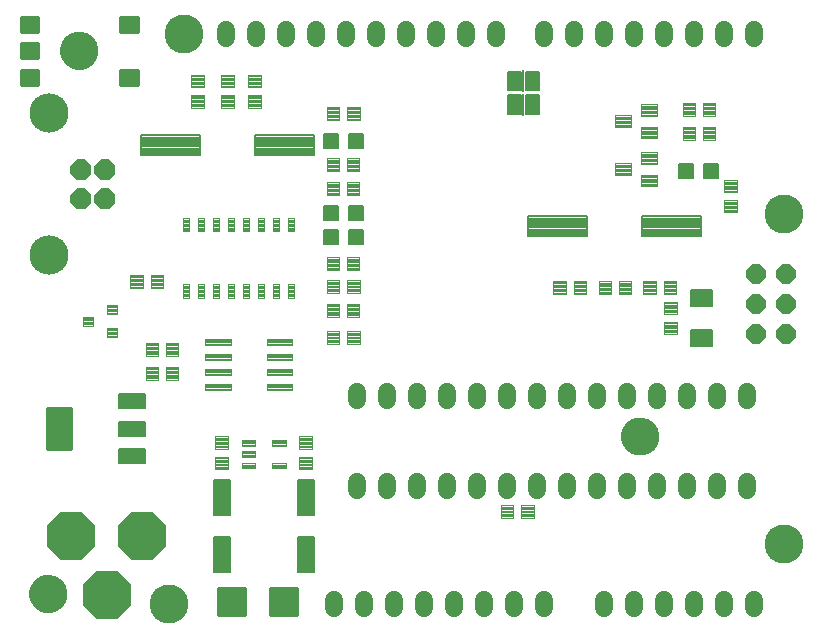
<source format=gts>
G75*
G70*
%OFA0B0*%
%FSLAX25Y25*%
%IPPOS*%
%LPD*%
%AMOC8*
5,1,8,0,0,1.08239X$1,22.5*
%
%ADD10C,0.12998*%
%ADD11C,0.06000*%
%ADD12OC8,0.06502*%
%ADD13C,0.00453*%
%ADD14C,0.00591*%
%ADD15C,0.00512*%
%ADD16C,0.00985*%
%ADD17OC8,0.16148*%
%ADD18C,0.08077*%
%ADD19C,0.08600*%
%ADD20C,0.04400*%
%ADD21OC8,0.07000*%
%ADD22C,0.13061*%
%ADD23C,0.00520*%
%ADD24C,0.00906*%
%ADD25C,0.00443*%
%ADD26C,0.00887*%
%ADD27C,0.00429*%
%ADD28C,0.00442*%
%ADD29C,0.00740*%
%ADD30C,0.00433*%
%ADD31C,0.00500*%
%ADD32R,0.00600X0.07200*%
D10*
X0081461Y0013250D03*
X0286461Y0033250D03*
X0286461Y0143250D03*
X0086461Y0203250D03*
D11*
X0100461Y0204650D02*
X0100461Y0201850D01*
X0110461Y0201850D02*
X0110461Y0204650D01*
X0120461Y0204650D02*
X0120461Y0201850D01*
X0130461Y0201850D02*
X0130461Y0204650D01*
X0140461Y0204650D02*
X0140461Y0201850D01*
X0150461Y0201850D02*
X0150461Y0204650D01*
X0160461Y0204650D02*
X0160461Y0201850D01*
X0170461Y0201850D02*
X0170461Y0204650D01*
X0180461Y0204650D02*
X0180461Y0201850D01*
X0190461Y0201850D02*
X0190461Y0204650D01*
X0206461Y0204650D02*
X0206461Y0201850D01*
X0216461Y0201850D02*
X0216461Y0204650D01*
X0226461Y0204650D02*
X0226461Y0201850D01*
X0236461Y0201850D02*
X0236461Y0204650D01*
X0246461Y0204650D02*
X0246461Y0201850D01*
X0256461Y0201850D02*
X0256461Y0204650D01*
X0266461Y0204650D02*
X0266461Y0201850D01*
X0276461Y0201850D02*
X0276461Y0204650D01*
X0273961Y0084150D02*
X0273961Y0081350D01*
X0263961Y0081350D02*
X0263961Y0084150D01*
X0253961Y0084150D02*
X0253961Y0081350D01*
X0243961Y0081350D02*
X0243961Y0084150D01*
X0233961Y0084150D02*
X0233961Y0081350D01*
X0223961Y0081350D02*
X0223961Y0084150D01*
X0213961Y0084150D02*
X0213961Y0081350D01*
X0203961Y0081350D02*
X0203961Y0084150D01*
X0193961Y0084150D02*
X0193961Y0081350D01*
X0183961Y0081350D02*
X0183961Y0084150D01*
X0173961Y0084150D02*
X0173961Y0081350D01*
X0163961Y0081350D02*
X0163961Y0084150D01*
X0153961Y0084150D02*
X0153961Y0081350D01*
X0143961Y0081350D02*
X0143961Y0084150D01*
X0143961Y0054150D02*
X0143961Y0051350D01*
X0153961Y0051350D02*
X0153961Y0054150D01*
X0163961Y0054150D02*
X0163961Y0051350D01*
X0173961Y0051350D02*
X0173961Y0054150D01*
X0183961Y0054150D02*
X0183961Y0051350D01*
X0193961Y0051350D02*
X0193961Y0054150D01*
X0203961Y0054150D02*
X0203961Y0051350D01*
X0213961Y0051350D02*
X0213961Y0054150D01*
X0223961Y0054150D02*
X0223961Y0051350D01*
X0233961Y0051350D02*
X0233961Y0054150D01*
X0243961Y0054150D02*
X0243961Y0051350D01*
X0253961Y0051350D02*
X0253961Y0054150D01*
X0263961Y0054150D02*
X0263961Y0051350D01*
X0273961Y0051350D02*
X0273961Y0054150D01*
X0276461Y0014650D02*
X0276461Y0011850D01*
X0266461Y0011850D02*
X0266461Y0014650D01*
X0256461Y0014650D02*
X0256461Y0011850D01*
X0246461Y0011850D02*
X0246461Y0014650D01*
X0236461Y0014650D02*
X0236461Y0011850D01*
X0226461Y0011850D02*
X0226461Y0014650D01*
X0206461Y0014650D02*
X0206461Y0011850D01*
X0196461Y0011850D02*
X0196461Y0014650D01*
X0186461Y0014650D02*
X0186461Y0011850D01*
X0176461Y0011850D02*
X0176461Y0014650D01*
X0166461Y0014650D02*
X0166461Y0011850D01*
X0156461Y0011850D02*
X0156461Y0014650D01*
X0146461Y0014650D02*
X0146461Y0011850D01*
X0136461Y0011850D02*
X0136461Y0014650D01*
D12*
X0276961Y0103250D03*
X0286961Y0103250D03*
X0286961Y0113250D03*
X0276961Y0113250D03*
X0276961Y0123250D03*
X0286961Y0123250D03*
D13*
X0250447Y0116650D02*
X0246365Y0116650D01*
X0246365Y0120850D01*
X0250447Y0120850D01*
X0250447Y0116650D01*
X0250447Y0117102D02*
X0246365Y0117102D01*
X0246365Y0117554D02*
X0250447Y0117554D01*
X0250447Y0118006D02*
X0246365Y0118006D01*
X0246365Y0118458D02*
X0250447Y0118458D01*
X0250447Y0118910D02*
X0246365Y0118910D01*
X0246365Y0119362D02*
X0250447Y0119362D01*
X0250447Y0119814D02*
X0246365Y0119814D01*
X0246365Y0120266D02*
X0250447Y0120266D01*
X0250447Y0120718D02*
X0246365Y0120718D01*
X0243557Y0116650D02*
X0239475Y0116650D01*
X0239475Y0120850D01*
X0243557Y0120850D01*
X0243557Y0116650D01*
X0243557Y0117102D02*
X0239475Y0117102D01*
X0239475Y0117554D02*
X0243557Y0117554D01*
X0243557Y0118006D02*
X0239475Y0118006D01*
X0239475Y0118458D02*
X0243557Y0118458D01*
X0243557Y0118910D02*
X0239475Y0118910D01*
X0239475Y0119362D02*
X0243557Y0119362D01*
X0243557Y0119814D02*
X0239475Y0119814D01*
X0239475Y0120266D02*
X0243557Y0120266D01*
X0243557Y0120718D02*
X0239475Y0120718D01*
X0220447Y0120850D02*
X0216365Y0120850D01*
X0220447Y0120850D02*
X0220447Y0116650D01*
X0216365Y0116650D01*
X0216365Y0120850D01*
X0216365Y0117102D02*
X0220447Y0117102D01*
X0220447Y0117554D02*
X0216365Y0117554D01*
X0216365Y0118006D02*
X0220447Y0118006D01*
X0220447Y0118458D02*
X0216365Y0118458D01*
X0216365Y0118910D02*
X0220447Y0118910D01*
X0220447Y0119362D02*
X0216365Y0119362D01*
X0216365Y0119814D02*
X0220447Y0119814D01*
X0220447Y0120266D02*
X0216365Y0120266D01*
X0216365Y0120718D02*
X0220447Y0120718D01*
X0213557Y0120850D02*
X0209475Y0120850D01*
X0213557Y0120850D02*
X0213557Y0116650D01*
X0209475Y0116650D01*
X0209475Y0120850D01*
X0209475Y0117102D02*
X0213557Y0117102D01*
X0213557Y0117554D02*
X0209475Y0117554D01*
X0209475Y0118006D02*
X0213557Y0118006D01*
X0213557Y0118458D02*
X0209475Y0118458D01*
X0209475Y0118910D02*
X0213557Y0118910D01*
X0213557Y0119362D02*
X0209475Y0119362D01*
X0209475Y0119814D02*
X0213557Y0119814D01*
X0213557Y0120266D02*
X0209475Y0120266D01*
X0209475Y0120718D02*
X0213557Y0120718D01*
X0144947Y0117150D02*
X0140865Y0117150D01*
X0140865Y0121350D01*
X0144947Y0121350D01*
X0144947Y0117150D01*
X0144947Y0117602D02*
X0140865Y0117602D01*
X0140865Y0118054D02*
X0144947Y0118054D01*
X0144947Y0118506D02*
X0140865Y0118506D01*
X0140865Y0118958D02*
X0144947Y0118958D01*
X0144947Y0119410D02*
X0140865Y0119410D01*
X0140865Y0119862D02*
X0144947Y0119862D01*
X0144947Y0120314D02*
X0140865Y0120314D01*
X0140865Y0120766D02*
X0144947Y0120766D01*
X0144947Y0121218D02*
X0140865Y0121218D01*
X0138057Y0117150D02*
X0133975Y0117150D01*
X0133975Y0121350D01*
X0138057Y0121350D01*
X0138057Y0117150D01*
X0138057Y0117602D02*
X0133975Y0117602D01*
X0133975Y0118054D02*
X0138057Y0118054D01*
X0138057Y0118506D02*
X0133975Y0118506D01*
X0133975Y0118958D02*
X0138057Y0118958D01*
X0138057Y0119410D02*
X0133975Y0119410D01*
X0133975Y0119862D02*
X0138057Y0119862D01*
X0138057Y0120314D02*
X0133975Y0120314D01*
X0133975Y0120766D02*
X0138057Y0120766D01*
X0138057Y0121218D02*
X0133975Y0121218D01*
X0133975Y0100150D02*
X0138057Y0100150D01*
X0133975Y0100150D02*
X0133975Y0104350D01*
X0138057Y0104350D01*
X0138057Y0100150D01*
X0138057Y0100602D02*
X0133975Y0100602D01*
X0133975Y0101054D02*
X0138057Y0101054D01*
X0138057Y0101506D02*
X0133975Y0101506D01*
X0133975Y0101958D02*
X0138057Y0101958D01*
X0138057Y0102410D02*
X0133975Y0102410D01*
X0133975Y0102862D02*
X0138057Y0102862D01*
X0138057Y0103314D02*
X0133975Y0103314D01*
X0133975Y0103766D02*
X0138057Y0103766D01*
X0138057Y0104218D02*
X0133975Y0104218D01*
X0140865Y0100150D02*
X0144947Y0100150D01*
X0140865Y0100150D02*
X0140865Y0104350D01*
X0144947Y0104350D01*
X0144947Y0100150D01*
X0144947Y0100602D02*
X0140865Y0100602D01*
X0140865Y0101054D02*
X0144947Y0101054D01*
X0144947Y0101506D02*
X0140865Y0101506D01*
X0140865Y0101958D02*
X0144947Y0101958D01*
X0144947Y0102410D02*
X0140865Y0102410D01*
X0140865Y0102862D02*
X0144947Y0102862D01*
X0144947Y0103314D02*
X0140865Y0103314D01*
X0140865Y0103766D02*
X0144947Y0103766D01*
X0144947Y0104218D02*
X0140865Y0104218D01*
X0079447Y0122850D02*
X0075365Y0122850D01*
X0079447Y0122850D02*
X0079447Y0118650D01*
X0075365Y0118650D01*
X0075365Y0122850D01*
X0075365Y0119102D02*
X0079447Y0119102D01*
X0079447Y0119554D02*
X0075365Y0119554D01*
X0075365Y0120006D02*
X0079447Y0120006D01*
X0079447Y0120458D02*
X0075365Y0120458D01*
X0075365Y0120910D02*
X0079447Y0120910D01*
X0079447Y0121362D02*
X0075365Y0121362D01*
X0075365Y0121814D02*
X0079447Y0121814D01*
X0079447Y0122266D02*
X0075365Y0122266D01*
X0075365Y0122718D02*
X0079447Y0122718D01*
X0072557Y0122850D02*
X0068475Y0122850D01*
X0072557Y0122850D02*
X0072557Y0118650D01*
X0068475Y0118650D01*
X0068475Y0122850D01*
X0068475Y0119102D02*
X0072557Y0119102D01*
X0072557Y0119554D02*
X0068475Y0119554D01*
X0068475Y0120006D02*
X0072557Y0120006D01*
X0072557Y0120458D02*
X0068475Y0120458D01*
X0068475Y0120910D02*
X0072557Y0120910D01*
X0072557Y0121362D02*
X0068475Y0121362D01*
X0068475Y0121814D02*
X0072557Y0121814D01*
X0072557Y0122266D02*
X0068475Y0122266D01*
X0068475Y0122718D02*
X0072557Y0122718D01*
X0096861Y0069236D02*
X0096861Y0065154D01*
X0096861Y0069236D02*
X0101061Y0069236D01*
X0101061Y0065154D01*
X0096861Y0065154D01*
X0096861Y0065606D02*
X0101061Y0065606D01*
X0101061Y0066058D02*
X0096861Y0066058D01*
X0096861Y0066510D02*
X0101061Y0066510D01*
X0101061Y0066962D02*
X0096861Y0066962D01*
X0096861Y0067414D02*
X0101061Y0067414D01*
X0101061Y0067866D02*
X0096861Y0067866D01*
X0096861Y0068318D02*
X0101061Y0068318D01*
X0101061Y0068770D02*
X0096861Y0068770D01*
X0096861Y0069222D02*
X0101061Y0069222D01*
X0096861Y0062346D02*
X0096861Y0058264D01*
X0096861Y0062346D02*
X0101061Y0062346D01*
X0101061Y0058264D01*
X0096861Y0058264D01*
X0096861Y0058716D02*
X0101061Y0058716D01*
X0101061Y0059168D02*
X0096861Y0059168D01*
X0096861Y0059620D02*
X0101061Y0059620D01*
X0101061Y0060072D02*
X0096861Y0060072D01*
X0096861Y0060524D02*
X0101061Y0060524D01*
X0101061Y0060976D02*
X0096861Y0060976D01*
X0096861Y0061428D02*
X0101061Y0061428D01*
X0101061Y0061880D02*
X0096861Y0061880D01*
X0096861Y0062332D02*
X0101061Y0062332D01*
X0129061Y0062346D02*
X0129061Y0058264D01*
X0124861Y0058264D01*
X0124861Y0062346D01*
X0129061Y0062346D01*
X0129061Y0058716D02*
X0124861Y0058716D01*
X0124861Y0059168D02*
X0129061Y0059168D01*
X0129061Y0059620D02*
X0124861Y0059620D01*
X0124861Y0060072D02*
X0129061Y0060072D01*
X0129061Y0060524D02*
X0124861Y0060524D01*
X0124861Y0060976D02*
X0129061Y0060976D01*
X0129061Y0061428D02*
X0124861Y0061428D01*
X0124861Y0061880D02*
X0129061Y0061880D01*
X0129061Y0062332D02*
X0124861Y0062332D01*
X0129061Y0065154D02*
X0129061Y0069236D01*
X0129061Y0065154D02*
X0124861Y0065154D01*
X0124861Y0069236D01*
X0129061Y0069236D01*
X0129061Y0065606D02*
X0124861Y0065606D01*
X0124861Y0066058D02*
X0129061Y0066058D01*
X0129061Y0066510D02*
X0124861Y0066510D01*
X0124861Y0066962D02*
X0129061Y0066962D01*
X0129061Y0067414D02*
X0124861Y0067414D01*
X0124861Y0067866D02*
X0129061Y0067866D01*
X0129061Y0068318D02*
X0124861Y0068318D01*
X0124861Y0068770D02*
X0129061Y0068770D01*
X0129061Y0069222D02*
X0124861Y0069222D01*
X0191975Y0046350D02*
X0196057Y0046350D01*
X0196057Y0042150D01*
X0191975Y0042150D01*
X0191975Y0046350D01*
X0191975Y0042602D02*
X0196057Y0042602D01*
X0196057Y0043054D02*
X0191975Y0043054D01*
X0191975Y0043506D02*
X0196057Y0043506D01*
X0196057Y0043958D02*
X0191975Y0043958D01*
X0191975Y0044410D02*
X0196057Y0044410D01*
X0196057Y0044862D02*
X0191975Y0044862D01*
X0191975Y0045314D02*
X0196057Y0045314D01*
X0196057Y0045766D02*
X0191975Y0045766D01*
X0191975Y0046218D02*
X0196057Y0046218D01*
X0198865Y0046350D02*
X0202947Y0046350D01*
X0202947Y0042150D01*
X0198865Y0042150D01*
X0198865Y0046350D01*
X0198865Y0042602D02*
X0202947Y0042602D01*
X0202947Y0043054D02*
X0198865Y0043054D01*
X0198865Y0043506D02*
X0202947Y0043506D01*
X0202947Y0043958D02*
X0198865Y0043958D01*
X0198865Y0044410D02*
X0202947Y0044410D01*
X0202947Y0044862D02*
X0198865Y0044862D01*
X0198865Y0045314D02*
X0202947Y0045314D01*
X0202947Y0045766D02*
X0198865Y0045766D01*
X0198865Y0046218D02*
X0202947Y0046218D01*
X0144947Y0178850D02*
X0140865Y0178850D01*
X0144947Y0178850D02*
X0144947Y0174650D01*
X0140865Y0174650D01*
X0140865Y0178850D01*
X0140865Y0175102D02*
X0144947Y0175102D01*
X0144947Y0175554D02*
X0140865Y0175554D01*
X0140865Y0176006D02*
X0144947Y0176006D01*
X0144947Y0176458D02*
X0140865Y0176458D01*
X0140865Y0176910D02*
X0144947Y0176910D01*
X0144947Y0177362D02*
X0140865Y0177362D01*
X0140865Y0177814D02*
X0144947Y0177814D01*
X0144947Y0178266D02*
X0140865Y0178266D01*
X0140865Y0178718D02*
X0144947Y0178718D01*
X0138057Y0178850D02*
X0133975Y0178850D01*
X0138057Y0178850D02*
X0138057Y0174650D01*
X0133975Y0174650D01*
X0133975Y0178850D01*
X0133975Y0175102D02*
X0138057Y0175102D01*
X0138057Y0175554D02*
X0133975Y0175554D01*
X0133975Y0176006D02*
X0138057Y0176006D01*
X0138057Y0176458D02*
X0133975Y0176458D01*
X0133975Y0176910D02*
X0138057Y0176910D01*
X0138057Y0177362D02*
X0133975Y0177362D01*
X0133975Y0177814D02*
X0138057Y0177814D01*
X0138057Y0178266D02*
X0133975Y0178266D01*
X0133975Y0178718D02*
X0138057Y0178718D01*
X0112061Y0178764D02*
X0112061Y0182846D01*
X0112061Y0178764D02*
X0107861Y0178764D01*
X0107861Y0182846D01*
X0112061Y0182846D01*
X0112061Y0179216D02*
X0107861Y0179216D01*
X0107861Y0179668D02*
X0112061Y0179668D01*
X0112061Y0180120D02*
X0107861Y0180120D01*
X0107861Y0180572D02*
X0112061Y0180572D01*
X0112061Y0181024D02*
X0107861Y0181024D01*
X0107861Y0181476D02*
X0112061Y0181476D01*
X0112061Y0181928D02*
X0107861Y0181928D01*
X0107861Y0182380D02*
X0112061Y0182380D01*
X0112061Y0182832D02*
X0107861Y0182832D01*
X0103061Y0182846D02*
X0103061Y0178764D01*
X0098861Y0178764D01*
X0098861Y0182846D01*
X0103061Y0182846D01*
X0103061Y0179216D02*
X0098861Y0179216D01*
X0098861Y0179668D02*
X0103061Y0179668D01*
X0103061Y0180120D02*
X0098861Y0180120D01*
X0098861Y0180572D02*
X0103061Y0180572D01*
X0103061Y0181024D02*
X0098861Y0181024D01*
X0098861Y0181476D02*
X0103061Y0181476D01*
X0103061Y0181928D02*
X0098861Y0181928D01*
X0098861Y0182380D02*
X0103061Y0182380D01*
X0103061Y0182832D02*
X0098861Y0182832D01*
X0093061Y0182846D02*
X0093061Y0178764D01*
X0088861Y0178764D01*
X0088861Y0182846D01*
X0093061Y0182846D01*
X0093061Y0179216D02*
X0088861Y0179216D01*
X0088861Y0179668D02*
X0093061Y0179668D01*
X0093061Y0180120D02*
X0088861Y0180120D01*
X0088861Y0180572D02*
X0093061Y0180572D01*
X0093061Y0181024D02*
X0088861Y0181024D01*
X0088861Y0181476D02*
X0093061Y0181476D01*
X0093061Y0181928D02*
X0088861Y0181928D01*
X0088861Y0182380D02*
X0093061Y0182380D01*
X0093061Y0182832D02*
X0088861Y0182832D01*
X0093061Y0185654D02*
X0093061Y0189736D01*
X0093061Y0185654D02*
X0088861Y0185654D01*
X0088861Y0189736D01*
X0093061Y0189736D01*
X0093061Y0186106D02*
X0088861Y0186106D01*
X0088861Y0186558D02*
X0093061Y0186558D01*
X0093061Y0187010D02*
X0088861Y0187010D01*
X0088861Y0187462D02*
X0093061Y0187462D01*
X0093061Y0187914D02*
X0088861Y0187914D01*
X0088861Y0188366D02*
X0093061Y0188366D01*
X0093061Y0188818D02*
X0088861Y0188818D01*
X0088861Y0189270D02*
X0093061Y0189270D01*
X0093061Y0189722D02*
X0088861Y0189722D01*
X0103061Y0189736D02*
X0103061Y0185654D01*
X0098861Y0185654D01*
X0098861Y0189736D01*
X0103061Y0189736D01*
X0103061Y0186106D02*
X0098861Y0186106D01*
X0098861Y0186558D02*
X0103061Y0186558D01*
X0103061Y0187010D02*
X0098861Y0187010D01*
X0098861Y0187462D02*
X0103061Y0187462D01*
X0103061Y0187914D02*
X0098861Y0187914D01*
X0098861Y0188366D02*
X0103061Y0188366D01*
X0103061Y0188818D02*
X0098861Y0188818D01*
X0098861Y0189270D02*
X0103061Y0189270D01*
X0103061Y0189722D02*
X0098861Y0189722D01*
X0112061Y0189736D02*
X0112061Y0185654D01*
X0107861Y0185654D01*
X0107861Y0189736D01*
X0112061Y0189736D01*
X0112061Y0186106D02*
X0107861Y0186106D01*
X0107861Y0186558D02*
X0112061Y0186558D01*
X0112061Y0187010D02*
X0107861Y0187010D01*
X0107861Y0187462D02*
X0112061Y0187462D01*
X0112061Y0187914D02*
X0107861Y0187914D01*
X0107861Y0188366D02*
X0112061Y0188366D01*
X0112061Y0188818D02*
X0107861Y0188818D01*
X0107861Y0189270D02*
X0112061Y0189270D01*
X0112061Y0189722D02*
X0107861Y0189722D01*
D14*
X0255513Y0118104D02*
X0255513Y0112782D01*
X0255513Y0118104D02*
X0262409Y0118104D01*
X0262409Y0112782D01*
X0255513Y0112782D01*
X0255513Y0113372D02*
X0262409Y0113372D01*
X0262409Y0113962D02*
X0255513Y0113962D01*
X0255513Y0114552D02*
X0262409Y0114552D01*
X0262409Y0115142D02*
X0255513Y0115142D01*
X0255513Y0115732D02*
X0262409Y0115732D01*
X0262409Y0116322D02*
X0255513Y0116322D01*
X0255513Y0116912D02*
X0262409Y0116912D01*
X0262409Y0117502D02*
X0255513Y0117502D01*
X0255513Y0118092D02*
X0262409Y0118092D01*
X0255513Y0104718D02*
X0255513Y0099396D01*
X0255513Y0104718D02*
X0262409Y0104718D01*
X0262409Y0099396D01*
X0255513Y0099396D01*
X0255513Y0099986D02*
X0262409Y0099986D01*
X0262409Y0100576D02*
X0255513Y0100576D01*
X0255513Y0101166D02*
X0262409Y0101166D01*
X0262409Y0101756D02*
X0255513Y0101756D01*
X0255513Y0102346D02*
X0262409Y0102346D01*
X0262409Y0102936D02*
X0255513Y0102936D01*
X0255513Y0103526D02*
X0262409Y0103526D01*
X0262409Y0104116D02*
X0255513Y0104116D01*
X0255513Y0104706D02*
X0262409Y0104706D01*
X0129622Y0054509D02*
X0129622Y0042889D01*
X0124300Y0042889D01*
X0124300Y0054509D01*
X0129622Y0054509D01*
X0129622Y0043479D02*
X0124300Y0043479D01*
X0124300Y0044069D02*
X0129622Y0044069D01*
X0129622Y0044659D02*
X0124300Y0044659D01*
X0124300Y0045249D02*
X0129622Y0045249D01*
X0129622Y0045839D02*
X0124300Y0045839D01*
X0124300Y0046429D02*
X0129622Y0046429D01*
X0129622Y0047019D02*
X0124300Y0047019D01*
X0124300Y0047609D02*
X0129622Y0047609D01*
X0129622Y0048199D02*
X0124300Y0048199D01*
X0124300Y0048789D02*
X0129622Y0048789D01*
X0129622Y0049379D02*
X0124300Y0049379D01*
X0124300Y0049969D02*
X0129622Y0049969D01*
X0129622Y0050559D02*
X0124300Y0050559D01*
X0124300Y0051149D02*
X0129622Y0051149D01*
X0129622Y0051739D02*
X0124300Y0051739D01*
X0124300Y0052329D02*
X0129622Y0052329D01*
X0129622Y0052919D02*
X0124300Y0052919D01*
X0124300Y0053509D02*
X0129622Y0053509D01*
X0129622Y0054099D02*
X0124300Y0054099D01*
X0101622Y0054509D02*
X0101622Y0042889D01*
X0096300Y0042889D01*
X0096300Y0054509D01*
X0101622Y0054509D01*
X0101622Y0043479D02*
X0096300Y0043479D01*
X0096300Y0044069D02*
X0101622Y0044069D01*
X0101622Y0044659D02*
X0096300Y0044659D01*
X0096300Y0045249D02*
X0101622Y0045249D01*
X0101622Y0045839D02*
X0096300Y0045839D01*
X0096300Y0046429D02*
X0101622Y0046429D01*
X0101622Y0047019D02*
X0096300Y0047019D01*
X0096300Y0047609D02*
X0101622Y0047609D01*
X0101622Y0048199D02*
X0096300Y0048199D01*
X0096300Y0048789D02*
X0101622Y0048789D01*
X0101622Y0049379D02*
X0096300Y0049379D01*
X0096300Y0049969D02*
X0101622Y0049969D01*
X0101622Y0050559D02*
X0096300Y0050559D01*
X0096300Y0051149D02*
X0101622Y0051149D01*
X0101622Y0051739D02*
X0096300Y0051739D01*
X0096300Y0052329D02*
X0101622Y0052329D01*
X0101622Y0052919D02*
X0096300Y0052919D01*
X0096300Y0053509D02*
X0101622Y0053509D01*
X0101622Y0054099D02*
X0096300Y0054099D01*
X0101622Y0035611D02*
X0101622Y0023991D01*
X0096300Y0023991D01*
X0096300Y0035611D01*
X0101622Y0035611D01*
X0101622Y0024581D02*
X0096300Y0024581D01*
X0096300Y0025171D02*
X0101622Y0025171D01*
X0101622Y0025761D02*
X0096300Y0025761D01*
X0096300Y0026351D02*
X0101622Y0026351D01*
X0101622Y0026941D02*
X0096300Y0026941D01*
X0096300Y0027531D02*
X0101622Y0027531D01*
X0101622Y0028121D02*
X0096300Y0028121D01*
X0096300Y0028711D02*
X0101622Y0028711D01*
X0101622Y0029301D02*
X0096300Y0029301D01*
X0096300Y0029891D02*
X0101622Y0029891D01*
X0101622Y0030481D02*
X0096300Y0030481D01*
X0096300Y0031071D02*
X0101622Y0031071D01*
X0101622Y0031661D02*
X0096300Y0031661D01*
X0096300Y0032251D02*
X0101622Y0032251D01*
X0101622Y0032841D02*
X0096300Y0032841D01*
X0096300Y0033431D02*
X0101622Y0033431D01*
X0101622Y0034021D02*
X0096300Y0034021D01*
X0096300Y0034611D02*
X0101622Y0034611D01*
X0101622Y0035201D02*
X0096300Y0035201D01*
X0129622Y0035611D02*
X0129622Y0023991D01*
X0124300Y0023991D01*
X0124300Y0035611D01*
X0129622Y0035611D01*
X0129622Y0024581D02*
X0124300Y0024581D01*
X0124300Y0025171D02*
X0129622Y0025171D01*
X0129622Y0025761D02*
X0124300Y0025761D01*
X0124300Y0026351D02*
X0129622Y0026351D01*
X0129622Y0026941D02*
X0124300Y0026941D01*
X0124300Y0027531D02*
X0129622Y0027531D01*
X0129622Y0028121D02*
X0124300Y0028121D01*
X0124300Y0028711D02*
X0129622Y0028711D01*
X0129622Y0029301D02*
X0124300Y0029301D01*
X0124300Y0029891D02*
X0129622Y0029891D01*
X0129622Y0030481D02*
X0124300Y0030481D01*
X0124300Y0031071D02*
X0129622Y0031071D01*
X0129622Y0031661D02*
X0124300Y0031661D01*
X0124300Y0032251D02*
X0129622Y0032251D01*
X0129622Y0032841D02*
X0124300Y0032841D01*
X0124300Y0033431D02*
X0129622Y0033431D01*
X0129622Y0034021D02*
X0124300Y0034021D01*
X0124300Y0034611D02*
X0129622Y0034611D01*
X0129622Y0035201D02*
X0124300Y0035201D01*
D15*
X0137633Y0133444D02*
X0137633Y0138056D01*
X0137633Y0133444D02*
X0133021Y0133444D01*
X0133021Y0138056D01*
X0137633Y0138056D01*
X0137633Y0133955D02*
X0133021Y0133955D01*
X0133021Y0134466D02*
X0137633Y0134466D01*
X0137633Y0134977D02*
X0133021Y0134977D01*
X0133021Y0135488D02*
X0137633Y0135488D01*
X0137633Y0135999D02*
X0133021Y0135999D01*
X0133021Y0136510D02*
X0137633Y0136510D01*
X0137633Y0137021D02*
X0133021Y0137021D01*
X0133021Y0137532D02*
X0137633Y0137532D01*
X0137633Y0138043D02*
X0133021Y0138043D01*
X0137633Y0141444D02*
X0137633Y0146056D01*
X0137633Y0141444D02*
X0133021Y0141444D01*
X0133021Y0146056D01*
X0137633Y0146056D01*
X0137633Y0141955D02*
X0133021Y0141955D01*
X0133021Y0142466D02*
X0137633Y0142466D01*
X0137633Y0142977D02*
X0133021Y0142977D01*
X0133021Y0143488D02*
X0137633Y0143488D01*
X0137633Y0143999D02*
X0133021Y0143999D01*
X0133021Y0144510D02*
X0137633Y0144510D01*
X0137633Y0145021D02*
X0133021Y0145021D01*
X0133021Y0145532D02*
X0137633Y0145532D01*
X0137633Y0146043D02*
X0133021Y0146043D01*
X0145900Y0146056D02*
X0145900Y0141444D01*
X0141288Y0141444D01*
X0141288Y0146056D01*
X0145900Y0146056D01*
X0145900Y0141955D02*
X0141288Y0141955D01*
X0141288Y0142466D02*
X0145900Y0142466D01*
X0145900Y0142977D02*
X0141288Y0142977D01*
X0141288Y0143488D02*
X0145900Y0143488D01*
X0145900Y0143999D02*
X0141288Y0143999D01*
X0141288Y0144510D02*
X0145900Y0144510D01*
X0145900Y0145021D02*
X0141288Y0145021D01*
X0141288Y0145532D02*
X0145900Y0145532D01*
X0145900Y0146043D02*
X0141288Y0146043D01*
X0145900Y0138056D02*
X0145900Y0133444D01*
X0141288Y0133444D01*
X0141288Y0138056D01*
X0145900Y0138056D01*
X0145900Y0133955D02*
X0141288Y0133955D01*
X0141288Y0134466D02*
X0145900Y0134466D01*
X0145900Y0134977D02*
X0141288Y0134977D01*
X0141288Y0135488D02*
X0145900Y0135488D01*
X0145900Y0135999D02*
X0141288Y0135999D01*
X0141288Y0136510D02*
X0145900Y0136510D01*
X0145900Y0137021D02*
X0141288Y0137021D01*
X0141288Y0137532D02*
X0145900Y0137532D01*
X0145900Y0138043D02*
X0141288Y0138043D01*
X0145900Y0165444D02*
X0145900Y0170056D01*
X0145900Y0165444D02*
X0141288Y0165444D01*
X0141288Y0170056D01*
X0145900Y0170056D01*
X0145900Y0165955D02*
X0141288Y0165955D01*
X0141288Y0166466D02*
X0145900Y0166466D01*
X0145900Y0166977D02*
X0141288Y0166977D01*
X0141288Y0167488D02*
X0145900Y0167488D01*
X0145900Y0167999D02*
X0141288Y0167999D01*
X0141288Y0168510D02*
X0145900Y0168510D01*
X0145900Y0169021D02*
X0141288Y0169021D01*
X0141288Y0169532D02*
X0145900Y0169532D01*
X0145900Y0170043D02*
X0141288Y0170043D01*
X0137633Y0170056D02*
X0137633Y0165444D01*
X0133021Y0165444D01*
X0133021Y0170056D01*
X0137633Y0170056D01*
X0137633Y0165955D02*
X0133021Y0165955D01*
X0133021Y0166466D02*
X0137633Y0166466D01*
X0137633Y0166977D02*
X0133021Y0166977D01*
X0133021Y0167488D02*
X0137633Y0167488D01*
X0137633Y0167999D02*
X0133021Y0167999D01*
X0133021Y0168510D02*
X0137633Y0168510D01*
X0137633Y0169021D02*
X0133021Y0169021D01*
X0133021Y0169532D02*
X0137633Y0169532D01*
X0137633Y0170043D02*
X0133021Y0170043D01*
X0256133Y0160056D02*
X0256133Y0155444D01*
X0251521Y0155444D01*
X0251521Y0160056D01*
X0256133Y0160056D01*
X0256133Y0155955D02*
X0251521Y0155955D01*
X0251521Y0156466D02*
X0256133Y0156466D01*
X0256133Y0156977D02*
X0251521Y0156977D01*
X0251521Y0157488D02*
X0256133Y0157488D01*
X0256133Y0157999D02*
X0251521Y0157999D01*
X0251521Y0158510D02*
X0256133Y0158510D01*
X0256133Y0159021D02*
X0251521Y0159021D01*
X0251521Y0159532D02*
X0256133Y0159532D01*
X0256133Y0160043D02*
X0251521Y0160043D01*
X0264400Y0160056D02*
X0264400Y0155444D01*
X0259788Y0155444D01*
X0259788Y0160056D01*
X0264400Y0160056D01*
X0264400Y0155955D02*
X0259788Y0155955D01*
X0259788Y0156466D02*
X0264400Y0156466D01*
X0264400Y0156977D02*
X0259788Y0156977D01*
X0259788Y0157488D02*
X0264400Y0157488D01*
X0264400Y0157999D02*
X0259788Y0157999D01*
X0259788Y0158510D02*
X0264400Y0158510D01*
X0264400Y0159021D02*
X0259788Y0159021D01*
X0259788Y0159532D02*
X0264400Y0159532D01*
X0264400Y0160043D02*
X0259788Y0160043D01*
D16*
X0124054Y0009818D02*
X0115190Y0009818D01*
X0115190Y0018682D01*
X0124054Y0018682D01*
X0124054Y0009818D01*
X0124054Y0010802D02*
X0115190Y0010802D01*
X0115190Y0011786D02*
X0124054Y0011786D01*
X0124054Y0012770D02*
X0115190Y0012770D01*
X0115190Y0013754D02*
X0124054Y0013754D01*
X0124054Y0014738D02*
X0115190Y0014738D01*
X0115190Y0015722D02*
X0124054Y0015722D01*
X0124054Y0016706D02*
X0115190Y0016706D01*
X0115190Y0017690D02*
X0124054Y0017690D01*
X0124054Y0018674D02*
X0115190Y0018674D01*
X0106731Y0009818D02*
X0097867Y0009818D01*
X0097867Y0018682D01*
X0106731Y0018682D01*
X0106731Y0009818D01*
X0106731Y0010802D02*
X0097867Y0010802D01*
X0097867Y0011786D02*
X0106731Y0011786D01*
X0106731Y0012770D02*
X0097867Y0012770D01*
X0097867Y0013754D02*
X0106731Y0013754D01*
X0106731Y0014738D02*
X0097867Y0014738D01*
X0097867Y0015722D02*
X0106731Y0015722D01*
X0106731Y0016706D02*
X0097867Y0016706D01*
X0097867Y0017690D02*
X0106731Y0017690D01*
X0106731Y0018674D02*
X0097867Y0018674D01*
D17*
X0060661Y0016250D03*
X0072461Y0035950D03*
X0048861Y0035950D03*
D18*
X0048861Y0032950D03*
X0048861Y0038950D03*
X0072461Y0038950D03*
X0072461Y0032950D03*
X0063661Y0016250D03*
X0057661Y0016250D03*
D19*
X0039177Y0016675D02*
X0039179Y0016772D01*
X0039186Y0016868D01*
X0039198Y0016964D01*
X0039215Y0017059D01*
X0039236Y0017153D01*
X0039262Y0017247D01*
X0039292Y0017338D01*
X0039327Y0017429D01*
X0039366Y0017517D01*
X0039409Y0017603D01*
X0039457Y0017687D01*
X0039509Y0017769D01*
X0039564Y0017848D01*
X0039624Y0017924D01*
X0039687Y0017997D01*
X0039754Y0018067D01*
X0039824Y0018134D01*
X0039897Y0018197D01*
X0039973Y0018257D01*
X0040052Y0018312D01*
X0040134Y0018364D01*
X0040218Y0018412D01*
X0040304Y0018455D01*
X0040392Y0018494D01*
X0040483Y0018529D01*
X0040574Y0018559D01*
X0040668Y0018585D01*
X0040762Y0018606D01*
X0040857Y0018623D01*
X0040953Y0018635D01*
X0041049Y0018642D01*
X0041146Y0018644D01*
X0041243Y0018642D01*
X0041339Y0018635D01*
X0041435Y0018623D01*
X0041530Y0018606D01*
X0041624Y0018585D01*
X0041718Y0018559D01*
X0041809Y0018529D01*
X0041900Y0018494D01*
X0041988Y0018455D01*
X0042074Y0018412D01*
X0042158Y0018364D01*
X0042240Y0018312D01*
X0042319Y0018257D01*
X0042395Y0018197D01*
X0042468Y0018134D01*
X0042538Y0018067D01*
X0042605Y0017997D01*
X0042668Y0017924D01*
X0042728Y0017848D01*
X0042783Y0017769D01*
X0042835Y0017687D01*
X0042883Y0017603D01*
X0042926Y0017517D01*
X0042965Y0017429D01*
X0043000Y0017338D01*
X0043030Y0017247D01*
X0043056Y0017153D01*
X0043077Y0017059D01*
X0043094Y0016964D01*
X0043106Y0016868D01*
X0043113Y0016772D01*
X0043115Y0016675D01*
X0043113Y0016578D01*
X0043106Y0016482D01*
X0043094Y0016386D01*
X0043077Y0016291D01*
X0043056Y0016197D01*
X0043030Y0016103D01*
X0043000Y0016012D01*
X0042965Y0015921D01*
X0042926Y0015833D01*
X0042883Y0015747D01*
X0042835Y0015663D01*
X0042783Y0015581D01*
X0042728Y0015502D01*
X0042668Y0015426D01*
X0042605Y0015353D01*
X0042538Y0015283D01*
X0042468Y0015216D01*
X0042395Y0015153D01*
X0042319Y0015093D01*
X0042240Y0015038D01*
X0042158Y0014986D01*
X0042074Y0014938D01*
X0041988Y0014895D01*
X0041900Y0014856D01*
X0041809Y0014821D01*
X0041718Y0014791D01*
X0041624Y0014765D01*
X0041530Y0014744D01*
X0041435Y0014727D01*
X0041339Y0014715D01*
X0041243Y0014708D01*
X0041146Y0014706D01*
X0041049Y0014708D01*
X0040953Y0014715D01*
X0040857Y0014727D01*
X0040762Y0014744D01*
X0040668Y0014765D01*
X0040574Y0014791D01*
X0040483Y0014821D01*
X0040392Y0014856D01*
X0040304Y0014895D01*
X0040218Y0014938D01*
X0040134Y0014986D01*
X0040052Y0015038D01*
X0039973Y0015093D01*
X0039897Y0015153D01*
X0039824Y0015216D01*
X0039754Y0015283D01*
X0039687Y0015353D01*
X0039624Y0015426D01*
X0039564Y0015502D01*
X0039509Y0015581D01*
X0039457Y0015663D01*
X0039409Y0015747D01*
X0039366Y0015833D01*
X0039327Y0015921D01*
X0039292Y0016012D01*
X0039262Y0016103D01*
X0039236Y0016197D01*
X0039215Y0016291D01*
X0039198Y0016386D01*
X0039186Y0016482D01*
X0039179Y0016578D01*
X0039177Y0016675D01*
X0236460Y0069159D02*
X0236462Y0069256D01*
X0236469Y0069352D01*
X0236481Y0069448D01*
X0236498Y0069543D01*
X0236519Y0069637D01*
X0236545Y0069731D01*
X0236575Y0069822D01*
X0236610Y0069913D01*
X0236649Y0070001D01*
X0236692Y0070087D01*
X0236740Y0070171D01*
X0236792Y0070253D01*
X0236847Y0070332D01*
X0236907Y0070408D01*
X0236970Y0070481D01*
X0237037Y0070551D01*
X0237107Y0070618D01*
X0237180Y0070681D01*
X0237256Y0070741D01*
X0237335Y0070796D01*
X0237417Y0070848D01*
X0237501Y0070896D01*
X0237587Y0070939D01*
X0237675Y0070978D01*
X0237766Y0071013D01*
X0237857Y0071043D01*
X0237951Y0071069D01*
X0238045Y0071090D01*
X0238140Y0071107D01*
X0238236Y0071119D01*
X0238332Y0071126D01*
X0238429Y0071128D01*
X0238526Y0071126D01*
X0238622Y0071119D01*
X0238718Y0071107D01*
X0238813Y0071090D01*
X0238907Y0071069D01*
X0239001Y0071043D01*
X0239092Y0071013D01*
X0239183Y0070978D01*
X0239271Y0070939D01*
X0239357Y0070896D01*
X0239441Y0070848D01*
X0239523Y0070796D01*
X0239602Y0070741D01*
X0239678Y0070681D01*
X0239751Y0070618D01*
X0239821Y0070551D01*
X0239888Y0070481D01*
X0239951Y0070408D01*
X0240011Y0070332D01*
X0240066Y0070253D01*
X0240118Y0070171D01*
X0240166Y0070087D01*
X0240209Y0070001D01*
X0240248Y0069913D01*
X0240283Y0069822D01*
X0240313Y0069731D01*
X0240339Y0069637D01*
X0240360Y0069543D01*
X0240377Y0069448D01*
X0240389Y0069352D01*
X0240396Y0069256D01*
X0240398Y0069159D01*
X0240396Y0069062D01*
X0240389Y0068966D01*
X0240377Y0068870D01*
X0240360Y0068775D01*
X0240339Y0068681D01*
X0240313Y0068587D01*
X0240283Y0068496D01*
X0240248Y0068405D01*
X0240209Y0068317D01*
X0240166Y0068231D01*
X0240118Y0068147D01*
X0240066Y0068065D01*
X0240011Y0067986D01*
X0239951Y0067910D01*
X0239888Y0067837D01*
X0239821Y0067767D01*
X0239751Y0067700D01*
X0239678Y0067637D01*
X0239602Y0067577D01*
X0239523Y0067522D01*
X0239441Y0067470D01*
X0239357Y0067422D01*
X0239271Y0067379D01*
X0239183Y0067340D01*
X0239092Y0067305D01*
X0239001Y0067275D01*
X0238907Y0067249D01*
X0238813Y0067228D01*
X0238718Y0067211D01*
X0238622Y0067199D01*
X0238526Y0067192D01*
X0238429Y0067190D01*
X0238332Y0067192D01*
X0238236Y0067199D01*
X0238140Y0067211D01*
X0238045Y0067228D01*
X0237951Y0067249D01*
X0237857Y0067275D01*
X0237766Y0067305D01*
X0237675Y0067340D01*
X0237587Y0067379D01*
X0237501Y0067422D01*
X0237417Y0067470D01*
X0237335Y0067522D01*
X0237256Y0067577D01*
X0237180Y0067637D01*
X0237107Y0067700D01*
X0237037Y0067767D01*
X0236970Y0067837D01*
X0236907Y0067910D01*
X0236847Y0067986D01*
X0236792Y0068065D01*
X0236740Y0068147D01*
X0236692Y0068231D01*
X0236649Y0068317D01*
X0236610Y0068405D01*
X0236575Y0068496D01*
X0236545Y0068587D01*
X0236519Y0068681D01*
X0236498Y0068775D01*
X0236481Y0068870D01*
X0236469Y0068966D01*
X0236462Y0069062D01*
X0236460Y0069159D01*
X0049492Y0197750D02*
X0049494Y0197847D01*
X0049501Y0197943D01*
X0049513Y0198039D01*
X0049530Y0198134D01*
X0049551Y0198228D01*
X0049577Y0198322D01*
X0049607Y0198413D01*
X0049642Y0198504D01*
X0049681Y0198592D01*
X0049724Y0198678D01*
X0049772Y0198762D01*
X0049824Y0198844D01*
X0049879Y0198923D01*
X0049939Y0198999D01*
X0050002Y0199072D01*
X0050069Y0199142D01*
X0050139Y0199209D01*
X0050212Y0199272D01*
X0050288Y0199332D01*
X0050367Y0199387D01*
X0050449Y0199439D01*
X0050533Y0199487D01*
X0050619Y0199530D01*
X0050707Y0199569D01*
X0050798Y0199604D01*
X0050889Y0199634D01*
X0050983Y0199660D01*
X0051077Y0199681D01*
X0051172Y0199698D01*
X0051268Y0199710D01*
X0051364Y0199717D01*
X0051461Y0199719D01*
X0051558Y0199717D01*
X0051654Y0199710D01*
X0051750Y0199698D01*
X0051845Y0199681D01*
X0051939Y0199660D01*
X0052033Y0199634D01*
X0052124Y0199604D01*
X0052215Y0199569D01*
X0052303Y0199530D01*
X0052389Y0199487D01*
X0052473Y0199439D01*
X0052555Y0199387D01*
X0052634Y0199332D01*
X0052710Y0199272D01*
X0052783Y0199209D01*
X0052853Y0199142D01*
X0052920Y0199072D01*
X0052983Y0198999D01*
X0053043Y0198923D01*
X0053098Y0198844D01*
X0053150Y0198762D01*
X0053198Y0198678D01*
X0053241Y0198592D01*
X0053280Y0198504D01*
X0053315Y0198413D01*
X0053345Y0198322D01*
X0053371Y0198228D01*
X0053392Y0198134D01*
X0053409Y0198039D01*
X0053421Y0197943D01*
X0053428Y0197847D01*
X0053430Y0197750D01*
X0053428Y0197653D01*
X0053421Y0197557D01*
X0053409Y0197461D01*
X0053392Y0197366D01*
X0053371Y0197272D01*
X0053345Y0197178D01*
X0053315Y0197087D01*
X0053280Y0196996D01*
X0053241Y0196908D01*
X0053198Y0196822D01*
X0053150Y0196738D01*
X0053098Y0196656D01*
X0053043Y0196577D01*
X0052983Y0196501D01*
X0052920Y0196428D01*
X0052853Y0196358D01*
X0052783Y0196291D01*
X0052710Y0196228D01*
X0052634Y0196168D01*
X0052555Y0196113D01*
X0052473Y0196061D01*
X0052389Y0196013D01*
X0052303Y0195970D01*
X0052215Y0195931D01*
X0052124Y0195896D01*
X0052033Y0195866D01*
X0051939Y0195840D01*
X0051845Y0195819D01*
X0051750Y0195802D01*
X0051654Y0195790D01*
X0051558Y0195783D01*
X0051461Y0195781D01*
X0051364Y0195783D01*
X0051268Y0195790D01*
X0051172Y0195802D01*
X0051077Y0195819D01*
X0050983Y0195840D01*
X0050889Y0195866D01*
X0050798Y0195896D01*
X0050707Y0195931D01*
X0050619Y0195970D01*
X0050533Y0196013D01*
X0050449Y0196061D01*
X0050367Y0196113D01*
X0050288Y0196168D01*
X0050212Y0196228D01*
X0050139Y0196291D01*
X0050069Y0196358D01*
X0050002Y0196428D01*
X0049939Y0196501D01*
X0049879Y0196577D01*
X0049824Y0196656D01*
X0049772Y0196738D01*
X0049724Y0196822D01*
X0049681Y0196908D01*
X0049642Y0196996D01*
X0049607Y0197087D01*
X0049577Y0197178D01*
X0049551Y0197272D01*
X0049530Y0197366D01*
X0049513Y0197461D01*
X0049501Y0197557D01*
X0049494Y0197653D01*
X0049492Y0197750D01*
D20*
X0041146Y0016675D03*
X0238429Y0069159D03*
X0051461Y0197750D03*
D21*
X0052130Y0158171D03*
X0060004Y0158171D03*
X0060004Y0148329D03*
X0052130Y0148329D03*
D22*
X0041461Y0129628D03*
X0041461Y0176872D03*
D23*
X0073501Y0083190D02*
X0073501Y0078510D01*
X0064821Y0078510D01*
X0064821Y0083190D01*
X0073501Y0083190D01*
X0073501Y0079029D02*
X0064821Y0079029D01*
X0064821Y0079548D02*
X0073501Y0079548D01*
X0073501Y0080067D02*
X0064821Y0080067D01*
X0064821Y0080586D02*
X0073501Y0080586D01*
X0073501Y0081105D02*
X0064821Y0081105D01*
X0064821Y0081624D02*
X0073501Y0081624D01*
X0073501Y0082143D02*
X0064821Y0082143D01*
X0064821Y0082662D02*
X0073501Y0082662D01*
X0073501Y0083181D02*
X0064821Y0083181D01*
X0073501Y0074090D02*
X0073501Y0069410D01*
X0064821Y0069410D01*
X0064821Y0074090D01*
X0073501Y0074090D01*
X0073501Y0069929D02*
X0064821Y0069929D01*
X0064821Y0070448D02*
X0073501Y0070448D01*
X0073501Y0070967D02*
X0064821Y0070967D01*
X0064821Y0071486D02*
X0073501Y0071486D01*
X0073501Y0072005D02*
X0064821Y0072005D01*
X0064821Y0072524D02*
X0073501Y0072524D01*
X0073501Y0073043D02*
X0064821Y0073043D01*
X0064821Y0073562D02*
X0073501Y0073562D01*
X0073501Y0074081D02*
X0064821Y0074081D01*
X0073501Y0064990D02*
X0073501Y0060310D01*
X0064821Y0060310D01*
X0064821Y0064990D01*
X0073501Y0064990D01*
X0073501Y0060829D02*
X0064821Y0060829D01*
X0064821Y0061348D02*
X0073501Y0061348D01*
X0073501Y0061867D02*
X0064821Y0061867D01*
X0064821Y0062386D02*
X0073501Y0062386D01*
X0073501Y0062905D02*
X0064821Y0062905D01*
X0064821Y0063424D02*
X0073501Y0063424D01*
X0073501Y0063943D02*
X0064821Y0063943D01*
X0064821Y0064462D02*
X0073501Y0064462D01*
X0073501Y0064981D02*
X0064821Y0064981D01*
D24*
X0048837Y0064917D02*
X0048837Y0078583D01*
X0048837Y0064917D02*
X0040683Y0064917D01*
X0040683Y0078583D01*
X0048837Y0078583D01*
X0048837Y0065822D02*
X0040683Y0065822D01*
X0040683Y0066727D02*
X0048837Y0066727D01*
X0048837Y0067632D02*
X0040683Y0067632D01*
X0040683Y0068537D02*
X0048837Y0068537D01*
X0048837Y0069442D02*
X0040683Y0069442D01*
X0040683Y0070347D02*
X0048837Y0070347D01*
X0048837Y0071252D02*
X0040683Y0071252D01*
X0040683Y0072157D02*
X0048837Y0072157D01*
X0048837Y0073062D02*
X0040683Y0073062D01*
X0040683Y0073967D02*
X0048837Y0073967D01*
X0048837Y0074872D02*
X0040683Y0074872D01*
X0040683Y0075777D02*
X0048837Y0075777D01*
X0048837Y0076682D02*
X0040683Y0076682D01*
X0040683Y0077587D02*
X0048837Y0077587D01*
X0048837Y0078492D02*
X0040683Y0078492D01*
D25*
X0060777Y0102366D02*
X0060777Y0105334D01*
X0064145Y0105334D01*
X0064145Y0102366D01*
X0060777Y0102366D01*
X0060777Y0102808D02*
X0064145Y0102808D01*
X0064145Y0103250D02*
X0060777Y0103250D01*
X0060777Y0103692D02*
X0064145Y0103692D01*
X0064145Y0104134D02*
X0060777Y0104134D01*
X0060777Y0104576D02*
X0064145Y0104576D01*
X0064145Y0105018D02*
X0060777Y0105018D01*
X0052777Y0106166D02*
X0052777Y0109134D01*
X0056145Y0109134D01*
X0056145Y0106166D01*
X0052777Y0106166D01*
X0052777Y0106608D02*
X0056145Y0106608D01*
X0056145Y0107050D02*
X0052777Y0107050D01*
X0052777Y0107492D02*
X0056145Y0107492D01*
X0056145Y0107934D02*
X0052777Y0107934D01*
X0052777Y0108376D02*
X0056145Y0108376D01*
X0056145Y0108818D02*
X0052777Y0108818D01*
X0060777Y0109966D02*
X0060777Y0112934D01*
X0064145Y0112934D01*
X0064145Y0109966D01*
X0060777Y0109966D01*
X0060777Y0110408D02*
X0064145Y0110408D01*
X0064145Y0110850D02*
X0060777Y0110850D01*
X0060777Y0111292D02*
X0064145Y0111292D01*
X0064145Y0111734D02*
X0060777Y0111734D01*
X0060777Y0112176D02*
X0064145Y0112176D01*
X0064145Y0112618D02*
X0060777Y0112618D01*
D26*
X0065090Y0186379D02*
X0070902Y0186379D01*
X0065090Y0186379D02*
X0065090Y0191405D01*
X0070902Y0191405D01*
X0070902Y0186379D01*
X0070902Y0187265D02*
X0065090Y0187265D01*
X0065090Y0188151D02*
X0070902Y0188151D01*
X0070902Y0189037D02*
X0065090Y0189037D01*
X0065090Y0189923D02*
X0070902Y0189923D01*
X0070902Y0190809D02*
X0065090Y0190809D01*
X0037831Y0186379D02*
X0032019Y0186379D01*
X0032019Y0191405D01*
X0037831Y0191405D01*
X0037831Y0186379D01*
X0037831Y0187265D02*
X0032019Y0187265D01*
X0032019Y0188151D02*
X0037831Y0188151D01*
X0037831Y0189037D02*
X0032019Y0189037D01*
X0032019Y0189923D02*
X0037831Y0189923D01*
X0037831Y0190809D02*
X0032019Y0190809D01*
X0032019Y0195237D02*
X0037831Y0195237D01*
X0032019Y0195237D02*
X0032019Y0200263D01*
X0037831Y0200263D01*
X0037831Y0195237D01*
X0037831Y0196123D02*
X0032019Y0196123D01*
X0032019Y0197009D02*
X0037831Y0197009D01*
X0037831Y0197895D02*
X0032019Y0197895D01*
X0032019Y0198781D02*
X0037831Y0198781D01*
X0037831Y0199667D02*
X0032019Y0199667D01*
X0032019Y0204095D02*
X0037831Y0204095D01*
X0032019Y0204095D02*
X0032019Y0209121D01*
X0037831Y0209121D01*
X0037831Y0204095D01*
X0037831Y0204981D02*
X0032019Y0204981D01*
X0032019Y0205867D02*
X0037831Y0205867D01*
X0037831Y0206753D02*
X0032019Y0206753D01*
X0032019Y0207639D02*
X0037831Y0207639D01*
X0037831Y0208525D02*
X0032019Y0208525D01*
X0065090Y0204095D02*
X0070902Y0204095D01*
X0065090Y0204095D02*
X0065090Y0209121D01*
X0070902Y0209121D01*
X0070902Y0204095D01*
X0070902Y0204981D02*
X0065090Y0204981D01*
X0065090Y0205867D02*
X0070902Y0205867D01*
X0070902Y0206753D02*
X0065090Y0206753D01*
X0065090Y0207639D02*
X0070902Y0207639D01*
X0070902Y0208525D02*
X0065090Y0208525D01*
D27*
X0105587Y0067967D02*
X0105587Y0066013D01*
X0105587Y0067967D02*
X0110099Y0067967D01*
X0110099Y0066013D01*
X0105587Y0066013D01*
X0105587Y0066441D02*
X0110099Y0066441D01*
X0110099Y0066869D02*
X0105587Y0066869D01*
X0105587Y0067297D02*
X0110099Y0067297D01*
X0110099Y0067725D02*
X0105587Y0067725D01*
X0105587Y0064227D02*
X0105587Y0062273D01*
X0105587Y0064227D02*
X0110099Y0064227D01*
X0110099Y0062273D01*
X0105587Y0062273D01*
X0105587Y0062701D02*
X0110099Y0062701D01*
X0110099Y0063129D02*
X0105587Y0063129D01*
X0105587Y0063557D02*
X0110099Y0063557D01*
X0110099Y0063985D02*
X0105587Y0063985D01*
X0105587Y0060487D02*
X0105587Y0058533D01*
X0105587Y0060487D02*
X0110099Y0060487D01*
X0110099Y0058533D01*
X0105587Y0058533D01*
X0105587Y0058961D02*
X0110099Y0058961D01*
X0110099Y0059389D02*
X0105587Y0059389D01*
X0105587Y0059817D02*
X0110099Y0059817D01*
X0110099Y0060245D02*
X0105587Y0060245D01*
X0115823Y0060487D02*
X0115823Y0058533D01*
X0115823Y0060487D02*
X0120335Y0060487D01*
X0120335Y0058533D01*
X0115823Y0058533D01*
X0115823Y0058961D02*
X0120335Y0058961D01*
X0120335Y0059389D02*
X0115823Y0059389D01*
X0115823Y0059817D02*
X0120335Y0059817D01*
X0120335Y0060245D02*
X0115823Y0060245D01*
X0115823Y0066013D02*
X0115823Y0067967D01*
X0120335Y0067967D01*
X0120335Y0066013D01*
X0115823Y0066013D01*
X0115823Y0066441D02*
X0120335Y0066441D01*
X0120335Y0066869D02*
X0115823Y0066869D01*
X0115823Y0067297D02*
X0120335Y0067297D01*
X0120335Y0067725D02*
X0115823Y0067725D01*
D28*
X0113969Y0084672D02*
X0113969Y0086828D01*
X0122425Y0086828D01*
X0122425Y0084672D01*
X0113969Y0084672D01*
X0113969Y0085113D02*
X0122425Y0085113D01*
X0122425Y0085554D02*
X0113969Y0085554D01*
X0113969Y0085995D02*
X0122425Y0085995D01*
X0122425Y0086436D02*
X0113969Y0086436D01*
X0113969Y0089672D02*
X0113969Y0091828D01*
X0122425Y0091828D01*
X0122425Y0089672D01*
X0113969Y0089672D01*
X0113969Y0090113D02*
X0122425Y0090113D01*
X0122425Y0090554D02*
X0113969Y0090554D01*
X0113969Y0090995D02*
X0122425Y0090995D01*
X0122425Y0091436D02*
X0113969Y0091436D01*
X0093496Y0091828D02*
X0093496Y0089672D01*
X0093496Y0091828D02*
X0101952Y0091828D01*
X0101952Y0089672D01*
X0093496Y0089672D01*
X0093496Y0090113D02*
X0101952Y0090113D01*
X0101952Y0090554D02*
X0093496Y0090554D01*
X0093496Y0090995D02*
X0101952Y0090995D01*
X0101952Y0091436D02*
X0093496Y0091436D01*
X0093496Y0086828D02*
X0093496Y0084672D01*
X0093496Y0086828D02*
X0101952Y0086828D01*
X0101952Y0084672D01*
X0093496Y0084672D01*
X0093496Y0085113D02*
X0101952Y0085113D01*
X0101952Y0085554D02*
X0093496Y0085554D01*
X0093496Y0085995D02*
X0101952Y0085995D01*
X0101952Y0086436D02*
X0093496Y0086436D01*
X0093496Y0094672D02*
X0093496Y0096828D01*
X0101952Y0096828D01*
X0101952Y0094672D01*
X0093496Y0094672D01*
X0093496Y0095113D02*
X0101952Y0095113D01*
X0101952Y0095554D02*
X0093496Y0095554D01*
X0093496Y0095995D02*
X0101952Y0095995D01*
X0101952Y0096436D02*
X0093496Y0096436D01*
X0093496Y0099672D02*
X0093496Y0101828D01*
X0101952Y0101828D01*
X0101952Y0099672D01*
X0093496Y0099672D01*
X0093496Y0100113D02*
X0101952Y0100113D01*
X0101952Y0100554D02*
X0093496Y0100554D01*
X0093496Y0100995D02*
X0101952Y0100995D01*
X0101952Y0101436D02*
X0093496Y0101436D01*
X0113969Y0101828D02*
X0113969Y0099672D01*
X0113969Y0101828D02*
X0122425Y0101828D01*
X0122425Y0099672D01*
X0113969Y0099672D01*
X0113969Y0100113D02*
X0122425Y0100113D01*
X0122425Y0100554D02*
X0113969Y0100554D01*
X0113969Y0100995D02*
X0122425Y0100995D01*
X0122425Y0101436D02*
X0113969Y0101436D01*
X0113969Y0096828D02*
X0113969Y0094672D01*
X0113969Y0096828D02*
X0122425Y0096828D01*
X0122425Y0094672D01*
X0113969Y0094672D01*
X0113969Y0095113D02*
X0122425Y0095113D01*
X0122425Y0095554D02*
X0113969Y0095554D01*
X0113969Y0095995D02*
X0122425Y0095995D01*
X0122425Y0096436D02*
X0113969Y0096436D01*
X0113039Y0115467D02*
X0110883Y0115467D01*
X0110883Y0119985D01*
X0113039Y0119985D01*
X0113039Y0115467D01*
X0113039Y0115908D02*
X0110883Y0115908D01*
X0110883Y0116349D02*
X0113039Y0116349D01*
X0113039Y0116790D02*
X0110883Y0116790D01*
X0110883Y0117231D02*
X0113039Y0117231D01*
X0113039Y0117672D02*
X0110883Y0117672D01*
X0110883Y0118113D02*
X0113039Y0118113D01*
X0113039Y0118554D02*
X0110883Y0118554D01*
X0110883Y0118995D02*
X0113039Y0118995D01*
X0113039Y0119436D02*
X0110883Y0119436D01*
X0110883Y0119877D02*
X0113039Y0119877D01*
X0115883Y0115467D02*
X0118039Y0115467D01*
X0115883Y0115467D02*
X0115883Y0119985D01*
X0118039Y0119985D01*
X0118039Y0115467D01*
X0118039Y0115908D02*
X0115883Y0115908D01*
X0115883Y0116349D02*
X0118039Y0116349D01*
X0118039Y0116790D02*
X0115883Y0116790D01*
X0115883Y0117231D02*
X0118039Y0117231D01*
X0118039Y0117672D02*
X0115883Y0117672D01*
X0115883Y0118113D02*
X0118039Y0118113D01*
X0118039Y0118554D02*
X0115883Y0118554D01*
X0115883Y0118995D02*
X0118039Y0118995D01*
X0118039Y0119436D02*
X0115883Y0119436D01*
X0115883Y0119877D02*
X0118039Y0119877D01*
X0120883Y0115467D02*
X0123039Y0115467D01*
X0120883Y0115467D02*
X0120883Y0119985D01*
X0123039Y0119985D01*
X0123039Y0115467D01*
X0123039Y0115908D02*
X0120883Y0115908D01*
X0120883Y0116349D02*
X0123039Y0116349D01*
X0123039Y0116790D02*
X0120883Y0116790D01*
X0120883Y0117231D02*
X0123039Y0117231D01*
X0123039Y0117672D02*
X0120883Y0117672D01*
X0120883Y0118113D02*
X0123039Y0118113D01*
X0123039Y0118554D02*
X0120883Y0118554D01*
X0120883Y0118995D02*
X0123039Y0118995D01*
X0123039Y0119436D02*
X0120883Y0119436D01*
X0120883Y0119877D02*
X0123039Y0119877D01*
X0108039Y0115467D02*
X0105883Y0115467D01*
X0105883Y0119985D01*
X0108039Y0119985D01*
X0108039Y0115467D01*
X0108039Y0115908D02*
X0105883Y0115908D01*
X0105883Y0116349D02*
X0108039Y0116349D01*
X0108039Y0116790D02*
X0105883Y0116790D01*
X0105883Y0117231D02*
X0108039Y0117231D01*
X0108039Y0117672D02*
X0105883Y0117672D01*
X0105883Y0118113D02*
X0108039Y0118113D01*
X0108039Y0118554D02*
X0105883Y0118554D01*
X0105883Y0118995D02*
X0108039Y0118995D01*
X0108039Y0119436D02*
X0105883Y0119436D01*
X0105883Y0119877D02*
X0108039Y0119877D01*
X0103039Y0115467D02*
X0100883Y0115467D01*
X0100883Y0119985D01*
X0103039Y0119985D01*
X0103039Y0115467D01*
X0103039Y0115908D02*
X0100883Y0115908D01*
X0100883Y0116349D02*
X0103039Y0116349D01*
X0103039Y0116790D02*
X0100883Y0116790D01*
X0100883Y0117231D02*
X0103039Y0117231D01*
X0103039Y0117672D02*
X0100883Y0117672D01*
X0100883Y0118113D02*
X0103039Y0118113D01*
X0103039Y0118554D02*
X0100883Y0118554D01*
X0100883Y0118995D02*
X0103039Y0118995D01*
X0103039Y0119436D02*
X0100883Y0119436D01*
X0100883Y0119877D02*
X0103039Y0119877D01*
X0098039Y0115467D02*
X0095883Y0115467D01*
X0095883Y0119985D01*
X0098039Y0119985D01*
X0098039Y0115467D01*
X0098039Y0115908D02*
X0095883Y0115908D01*
X0095883Y0116349D02*
X0098039Y0116349D01*
X0098039Y0116790D02*
X0095883Y0116790D01*
X0095883Y0117231D02*
X0098039Y0117231D01*
X0098039Y0117672D02*
X0095883Y0117672D01*
X0095883Y0118113D02*
X0098039Y0118113D01*
X0098039Y0118554D02*
X0095883Y0118554D01*
X0095883Y0118995D02*
X0098039Y0118995D01*
X0098039Y0119436D02*
X0095883Y0119436D01*
X0095883Y0119877D02*
X0098039Y0119877D01*
X0093039Y0115467D02*
X0090883Y0115467D01*
X0090883Y0119985D01*
X0093039Y0119985D01*
X0093039Y0115467D01*
X0093039Y0115908D02*
X0090883Y0115908D01*
X0090883Y0116349D02*
X0093039Y0116349D01*
X0093039Y0116790D02*
X0090883Y0116790D01*
X0090883Y0117231D02*
X0093039Y0117231D01*
X0093039Y0117672D02*
X0090883Y0117672D01*
X0090883Y0118113D02*
X0093039Y0118113D01*
X0093039Y0118554D02*
X0090883Y0118554D01*
X0090883Y0118995D02*
X0093039Y0118995D01*
X0093039Y0119436D02*
X0090883Y0119436D01*
X0090883Y0119877D02*
X0093039Y0119877D01*
X0088039Y0115467D02*
X0085883Y0115467D01*
X0085883Y0119985D01*
X0088039Y0119985D01*
X0088039Y0115467D01*
X0088039Y0115908D02*
X0085883Y0115908D01*
X0085883Y0116349D02*
X0088039Y0116349D01*
X0088039Y0116790D02*
X0085883Y0116790D01*
X0085883Y0117231D02*
X0088039Y0117231D01*
X0088039Y0117672D02*
X0085883Y0117672D01*
X0085883Y0118113D02*
X0088039Y0118113D01*
X0088039Y0118554D02*
X0085883Y0118554D01*
X0085883Y0118995D02*
X0088039Y0118995D01*
X0088039Y0119436D02*
X0085883Y0119436D01*
X0085883Y0119877D02*
X0088039Y0119877D01*
X0088039Y0137515D02*
X0085883Y0137515D01*
X0085883Y0142033D01*
X0088039Y0142033D01*
X0088039Y0137515D01*
X0088039Y0137956D02*
X0085883Y0137956D01*
X0085883Y0138397D02*
X0088039Y0138397D01*
X0088039Y0138838D02*
X0085883Y0138838D01*
X0085883Y0139279D02*
X0088039Y0139279D01*
X0088039Y0139720D02*
X0085883Y0139720D01*
X0085883Y0140161D02*
X0088039Y0140161D01*
X0088039Y0140602D02*
X0085883Y0140602D01*
X0085883Y0141043D02*
X0088039Y0141043D01*
X0088039Y0141484D02*
X0085883Y0141484D01*
X0085883Y0141925D02*
X0088039Y0141925D01*
X0090883Y0137515D02*
X0093039Y0137515D01*
X0090883Y0137515D02*
X0090883Y0142033D01*
X0093039Y0142033D01*
X0093039Y0137515D01*
X0093039Y0137956D02*
X0090883Y0137956D01*
X0090883Y0138397D02*
X0093039Y0138397D01*
X0093039Y0138838D02*
X0090883Y0138838D01*
X0090883Y0139279D02*
X0093039Y0139279D01*
X0093039Y0139720D02*
X0090883Y0139720D01*
X0090883Y0140161D02*
X0093039Y0140161D01*
X0093039Y0140602D02*
X0090883Y0140602D01*
X0090883Y0141043D02*
X0093039Y0141043D01*
X0093039Y0141484D02*
X0090883Y0141484D01*
X0090883Y0141925D02*
X0093039Y0141925D01*
X0095883Y0137515D02*
X0098039Y0137515D01*
X0095883Y0137515D02*
X0095883Y0142033D01*
X0098039Y0142033D01*
X0098039Y0137515D01*
X0098039Y0137956D02*
X0095883Y0137956D01*
X0095883Y0138397D02*
X0098039Y0138397D01*
X0098039Y0138838D02*
X0095883Y0138838D01*
X0095883Y0139279D02*
X0098039Y0139279D01*
X0098039Y0139720D02*
X0095883Y0139720D01*
X0095883Y0140161D02*
X0098039Y0140161D01*
X0098039Y0140602D02*
X0095883Y0140602D01*
X0095883Y0141043D02*
X0098039Y0141043D01*
X0098039Y0141484D02*
X0095883Y0141484D01*
X0095883Y0141925D02*
X0098039Y0141925D01*
X0100883Y0137515D02*
X0103039Y0137515D01*
X0100883Y0137515D02*
X0100883Y0142033D01*
X0103039Y0142033D01*
X0103039Y0137515D01*
X0103039Y0137956D02*
X0100883Y0137956D01*
X0100883Y0138397D02*
X0103039Y0138397D01*
X0103039Y0138838D02*
X0100883Y0138838D01*
X0100883Y0139279D02*
X0103039Y0139279D01*
X0103039Y0139720D02*
X0100883Y0139720D01*
X0100883Y0140161D02*
X0103039Y0140161D01*
X0103039Y0140602D02*
X0100883Y0140602D01*
X0100883Y0141043D02*
X0103039Y0141043D01*
X0103039Y0141484D02*
X0100883Y0141484D01*
X0100883Y0141925D02*
X0103039Y0141925D01*
X0105883Y0137515D02*
X0108039Y0137515D01*
X0105883Y0137515D02*
X0105883Y0142033D01*
X0108039Y0142033D01*
X0108039Y0137515D01*
X0108039Y0137956D02*
X0105883Y0137956D01*
X0105883Y0138397D02*
X0108039Y0138397D01*
X0108039Y0138838D02*
X0105883Y0138838D01*
X0105883Y0139279D02*
X0108039Y0139279D01*
X0108039Y0139720D02*
X0105883Y0139720D01*
X0105883Y0140161D02*
X0108039Y0140161D01*
X0108039Y0140602D02*
X0105883Y0140602D01*
X0105883Y0141043D02*
X0108039Y0141043D01*
X0108039Y0141484D02*
X0105883Y0141484D01*
X0105883Y0141925D02*
X0108039Y0141925D01*
X0110883Y0137515D02*
X0113039Y0137515D01*
X0110883Y0137515D02*
X0110883Y0142033D01*
X0113039Y0142033D01*
X0113039Y0137515D01*
X0113039Y0137956D02*
X0110883Y0137956D01*
X0110883Y0138397D02*
X0113039Y0138397D01*
X0113039Y0138838D02*
X0110883Y0138838D01*
X0110883Y0139279D02*
X0113039Y0139279D01*
X0113039Y0139720D02*
X0110883Y0139720D01*
X0110883Y0140161D02*
X0113039Y0140161D01*
X0113039Y0140602D02*
X0110883Y0140602D01*
X0110883Y0141043D02*
X0113039Y0141043D01*
X0113039Y0141484D02*
X0110883Y0141484D01*
X0110883Y0141925D02*
X0113039Y0141925D01*
X0115883Y0137515D02*
X0118039Y0137515D01*
X0115883Y0137515D02*
X0115883Y0142033D01*
X0118039Y0142033D01*
X0118039Y0137515D01*
X0118039Y0137956D02*
X0115883Y0137956D01*
X0115883Y0138397D02*
X0118039Y0138397D01*
X0118039Y0138838D02*
X0115883Y0138838D01*
X0115883Y0139279D02*
X0118039Y0139279D01*
X0118039Y0139720D02*
X0115883Y0139720D01*
X0115883Y0140161D02*
X0118039Y0140161D01*
X0118039Y0140602D02*
X0115883Y0140602D01*
X0115883Y0141043D02*
X0118039Y0141043D01*
X0118039Y0141484D02*
X0115883Y0141484D01*
X0115883Y0141925D02*
X0118039Y0141925D01*
X0120883Y0137515D02*
X0123039Y0137515D01*
X0120883Y0137515D02*
X0120883Y0142033D01*
X0123039Y0142033D01*
X0123039Y0137515D01*
X0123039Y0137956D02*
X0120883Y0137956D01*
X0120883Y0138397D02*
X0123039Y0138397D01*
X0123039Y0138838D02*
X0120883Y0138838D01*
X0120883Y0139279D02*
X0123039Y0139279D01*
X0123039Y0139720D02*
X0120883Y0139720D01*
X0120883Y0140161D02*
X0123039Y0140161D01*
X0123039Y0140602D02*
X0120883Y0140602D01*
X0120883Y0141043D02*
X0123039Y0141043D01*
X0123039Y0141484D02*
X0120883Y0141484D01*
X0120883Y0141925D02*
X0123039Y0141925D01*
D29*
X0129791Y0169580D02*
X0110131Y0169580D01*
X0129791Y0169580D02*
X0129791Y0162920D01*
X0110131Y0162920D01*
X0110131Y0169580D01*
X0110131Y0163659D02*
X0129791Y0163659D01*
X0129791Y0164398D02*
X0110131Y0164398D01*
X0110131Y0165137D02*
X0129791Y0165137D01*
X0129791Y0165876D02*
X0110131Y0165876D01*
X0110131Y0166615D02*
X0129791Y0166615D01*
X0129791Y0167354D02*
X0110131Y0167354D01*
X0110131Y0168093D02*
X0129791Y0168093D01*
X0129791Y0168832D02*
X0110131Y0168832D01*
X0110131Y0169571D02*
X0129791Y0169571D01*
X0091791Y0169580D02*
X0072131Y0169580D01*
X0091791Y0169580D02*
X0091791Y0162920D01*
X0072131Y0162920D01*
X0072131Y0169580D01*
X0072131Y0163659D02*
X0091791Y0163659D01*
X0091791Y0164398D02*
X0072131Y0164398D01*
X0072131Y0165137D02*
X0091791Y0165137D01*
X0091791Y0165876D02*
X0072131Y0165876D01*
X0072131Y0166615D02*
X0091791Y0166615D01*
X0091791Y0167354D02*
X0072131Y0167354D01*
X0072131Y0168093D02*
X0091791Y0168093D01*
X0091791Y0168832D02*
X0072131Y0168832D01*
X0072131Y0169571D02*
X0091791Y0169571D01*
X0201131Y0142580D02*
X0220791Y0142580D01*
X0220791Y0135920D01*
X0201131Y0135920D01*
X0201131Y0142580D01*
X0201131Y0136659D02*
X0220791Y0136659D01*
X0220791Y0137398D02*
X0201131Y0137398D01*
X0201131Y0138137D02*
X0220791Y0138137D01*
X0220791Y0138876D02*
X0201131Y0138876D01*
X0201131Y0139615D02*
X0220791Y0139615D01*
X0220791Y0140354D02*
X0201131Y0140354D01*
X0201131Y0141093D02*
X0220791Y0141093D01*
X0220791Y0141832D02*
X0201131Y0141832D01*
X0201131Y0142571D02*
X0220791Y0142571D01*
X0239131Y0142580D02*
X0258791Y0142580D01*
X0258791Y0135920D01*
X0239131Y0135920D01*
X0239131Y0142580D01*
X0239131Y0136659D02*
X0258791Y0136659D01*
X0258791Y0137398D02*
X0239131Y0137398D01*
X0239131Y0138137D02*
X0258791Y0138137D01*
X0258791Y0138876D02*
X0239131Y0138876D01*
X0239131Y0139615D02*
X0258791Y0139615D01*
X0258791Y0140354D02*
X0239131Y0140354D01*
X0239131Y0141093D02*
X0258791Y0141093D01*
X0258791Y0141832D02*
X0239131Y0141832D01*
X0239131Y0142571D02*
X0258791Y0142571D01*
D30*
X0266315Y0143955D02*
X0266315Y0147853D01*
X0270607Y0147853D01*
X0270607Y0143955D01*
X0266315Y0143955D01*
X0266315Y0144387D02*
X0270607Y0144387D01*
X0270607Y0144819D02*
X0266315Y0144819D01*
X0266315Y0145251D02*
X0270607Y0145251D01*
X0270607Y0145683D02*
X0266315Y0145683D01*
X0266315Y0146115D02*
X0270607Y0146115D01*
X0270607Y0146547D02*
X0266315Y0146547D01*
X0266315Y0146979D02*
X0270607Y0146979D01*
X0270607Y0147411D02*
X0266315Y0147411D01*
X0266315Y0147843D02*
X0270607Y0147843D01*
X0266315Y0150647D02*
X0266315Y0154545D01*
X0270607Y0154545D01*
X0270607Y0150647D01*
X0266315Y0150647D01*
X0266315Y0151079D02*
X0270607Y0151079D01*
X0270607Y0151511D02*
X0266315Y0151511D01*
X0266315Y0151943D02*
X0270607Y0151943D01*
X0270607Y0152375D02*
X0266315Y0152375D01*
X0266315Y0152807D02*
X0270607Y0152807D01*
X0270607Y0153239D02*
X0266315Y0153239D01*
X0266315Y0153671D02*
X0270607Y0153671D01*
X0270607Y0154103D02*
X0266315Y0154103D01*
X0266315Y0154535D02*
X0270607Y0154535D01*
X0244028Y0156459D02*
X0244028Y0152561D01*
X0238554Y0152561D01*
X0238554Y0156459D01*
X0244028Y0156459D01*
X0244028Y0152993D02*
X0238554Y0152993D01*
X0238554Y0153425D02*
X0244028Y0153425D01*
X0244028Y0153857D02*
X0238554Y0153857D01*
X0238554Y0154289D02*
X0244028Y0154289D01*
X0244028Y0154721D02*
X0238554Y0154721D01*
X0238554Y0155153D02*
X0244028Y0155153D01*
X0244028Y0155585D02*
X0238554Y0155585D01*
X0238554Y0156017D02*
X0244028Y0156017D01*
X0244028Y0156449D02*
X0238554Y0156449D01*
X0244028Y0160041D02*
X0244028Y0163939D01*
X0244028Y0160041D02*
X0238554Y0160041D01*
X0238554Y0163939D01*
X0244028Y0163939D01*
X0244028Y0160473D02*
X0238554Y0160473D01*
X0238554Y0160905D02*
X0244028Y0160905D01*
X0244028Y0161337D02*
X0238554Y0161337D01*
X0238554Y0161769D02*
X0244028Y0161769D01*
X0244028Y0162201D02*
X0238554Y0162201D01*
X0238554Y0162633D02*
X0244028Y0162633D01*
X0244028Y0163065D02*
X0238554Y0163065D01*
X0238554Y0163497D02*
X0244028Y0163497D01*
X0244028Y0163929D02*
X0238554Y0163929D01*
X0244028Y0168561D02*
X0244028Y0172459D01*
X0244028Y0168561D02*
X0238554Y0168561D01*
X0238554Y0172459D01*
X0244028Y0172459D01*
X0244028Y0168993D02*
X0238554Y0168993D01*
X0238554Y0169425D02*
X0244028Y0169425D01*
X0244028Y0169857D02*
X0238554Y0169857D01*
X0238554Y0170289D02*
X0244028Y0170289D01*
X0244028Y0170721D02*
X0238554Y0170721D01*
X0238554Y0171153D02*
X0244028Y0171153D01*
X0244028Y0171585D02*
X0238554Y0171585D01*
X0238554Y0172017D02*
X0244028Y0172017D01*
X0244028Y0172449D02*
X0238554Y0172449D01*
X0235367Y0172301D02*
X0235367Y0176199D01*
X0235367Y0172301D02*
X0229893Y0172301D01*
X0229893Y0176199D01*
X0235367Y0176199D01*
X0235367Y0172733D02*
X0229893Y0172733D01*
X0229893Y0173165D02*
X0235367Y0173165D01*
X0235367Y0173597D02*
X0229893Y0173597D01*
X0229893Y0174029D02*
X0235367Y0174029D01*
X0235367Y0174461D02*
X0229893Y0174461D01*
X0229893Y0174893D02*
X0235367Y0174893D01*
X0235367Y0175325D02*
X0229893Y0175325D01*
X0229893Y0175757D02*
X0235367Y0175757D01*
X0235367Y0176189D02*
X0229893Y0176189D01*
X0244028Y0176041D02*
X0244028Y0179939D01*
X0244028Y0176041D02*
X0238554Y0176041D01*
X0238554Y0179939D01*
X0244028Y0179939D01*
X0244028Y0176473D02*
X0238554Y0176473D01*
X0238554Y0176905D02*
X0244028Y0176905D01*
X0244028Y0177337D02*
X0238554Y0177337D01*
X0238554Y0177769D02*
X0244028Y0177769D01*
X0244028Y0178201D02*
X0238554Y0178201D01*
X0238554Y0178633D02*
X0244028Y0178633D01*
X0244028Y0179065D02*
X0238554Y0179065D01*
X0238554Y0179497D02*
X0244028Y0179497D01*
X0244028Y0179929D02*
X0238554Y0179929D01*
X0252665Y0180396D02*
X0256563Y0180396D01*
X0256563Y0176104D01*
X0252665Y0176104D01*
X0252665Y0180396D01*
X0252665Y0176536D02*
X0256563Y0176536D01*
X0256563Y0176968D02*
X0252665Y0176968D01*
X0252665Y0177400D02*
X0256563Y0177400D01*
X0256563Y0177832D02*
X0252665Y0177832D01*
X0252665Y0178264D02*
X0256563Y0178264D01*
X0256563Y0178696D02*
X0252665Y0178696D01*
X0252665Y0179128D02*
X0256563Y0179128D01*
X0256563Y0179560D02*
X0252665Y0179560D01*
X0252665Y0179992D02*
X0256563Y0179992D01*
X0259358Y0180396D02*
X0263256Y0180396D01*
X0263256Y0176104D01*
X0259358Y0176104D01*
X0259358Y0180396D01*
X0259358Y0176536D02*
X0263256Y0176536D01*
X0263256Y0176968D02*
X0259358Y0176968D01*
X0259358Y0177400D02*
X0263256Y0177400D01*
X0263256Y0177832D02*
X0259358Y0177832D01*
X0259358Y0178264D02*
X0263256Y0178264D01*
X0263256Y0178696D02*
X0259358Y0178696D01*
X0259358Y0179128D02*
X0263256Y0179128D01*
X0263256Y0179560D02*
X0259358Y0179560D01*
X0259358Y0179992D02*
X0263256Y0179992D01*
X0263256Y0172396D02*
X0259358Y0172396D01*
X0263256Y0172396D02*
X0263256Y0168104D01*
X0259358Y0168104D01*
X0259358Y0172396D01*
X0259358Y0168536D02*
X0263256Y0168536D01*
X0263256Y0168968D02*
X0259358Y0168968D01*
X0259358Y0169400D02*
X0263256Y0169400D01*
X0263256Y0169832D02*
X0259358Y0169832D01*
X0259358Y0170264D02*
X0263256Y0170264D01*
X0263256Y0170696D02*
X0259358Y0170696D01*
X0259358Y0171128D02*
X0263256Y0171128D01*
X0263256Y0171560D02*
X0259358Y0171560D01*
X0259358Y0171992D02*
X0263256Y0171992D01*
X0256563Y0172396D02*
X0252665Y0172396D01*
X0256563Y0172396D02*
X0256563Y0168104D01*
X0252665Y0168104D01*
X0252665Y0172396D01*
X0252665Y0168536D02*
X0256563Y0168536D01*
X0256563Y0168968D02*
X0252665Y0168968D01*
X0252665Y0169400D02*
X0256563Y0169400D01*
X0256563Y0169832D02*
X0252665Y0169832D01*
X0252665Y0170264D02*
X0256563Y0170264D01*
X0256563Y0170696D02*
X0252665Y0170696D01*
X0252665Y0171128D02*
X0256563Y0171128D01*
X0256563Y0171560D02*
X0252665Y0171560D01*
X0252665Y0171992D02*
X0256563Y0171992D01*
X0235367Y0160199D02*
X0235367Y0156301D01*
X0229893Y0156301D01*
X0229893Y0160199D01*
X0235367Y0160199D01*
X0235367Y0156733D02*
X0229893Y0156733D01*
X0229893Y0157165D02*
X0235367Y0157165D01*
X0235367Y0157597D02*
X0229893Y0157597D01*
X0229893Y0158029D02*
X0235367Y0158029D01*
X0235367Y0158461D02*
X0229893Y0158461D01*
X0229893Y0158893D02*
X0235367Y0158893D01*
X0235367Y0159325D02*
X0229893Y0159325D01*
X0229893Y0159757D02*
X0235367Y0159757D01*
X0235367Y0160189D02*
X0229893Y0160189D01*
X0144756Y0161896D02*
X0140858Y0161896D01*
X0144756Y0161896D02*
X0144756Y0157604D01*
X0140858Y0157604D01*
X0140858Y0161896D01*
X0140858Y0158036D02*
X0144756Y0158036D01*
X0144756Y0158468D02*
X0140858Y0158468D01*
X0140858Y0158900D02*
X0144756Y0158900D01*
X0144756Y0159332D02*
X0140858Y0159332D01*
X0140858Y0159764D02*
X0144756Y0159764D01*
X0144756Y0160196D02*
X0140858Y0160196D01*
X0140858Y0160628D02*
X0144756Y0160628D01*
X0144756Y0161060D02*
X0140858Y0161060D01*
X0140858Y0161492D02*
X0144756Y0161492D01*
X0138063Y0161896D02*
X0134165Y0161896D01*
X0138063Y0161896D02*
X0138063Y0157604D01*
X0134165Y0157604D01*
X0134165Y0161896D01*
X0134165Y0158036D02*
X0138063Y0158036D01*
X0138063Y0158468D02*
X0134165Y0158468D01*
X0134165Y0158900D02*
X0138063Y0158900D01*
X0138063Y0159332D02*
X0134165Y0159332D01*
X0134165Y0159764D02*
X0138063Y0159764D01*
X0138063Y0160196D02*
X0134165Y0160196D01*
X0134165Y0160628D02*
X0138063Y0160628D01*
X0138063Y0161060D02*
X0134165Y0161060D01*
X0134165Y0161492D02*
X0138063Y0161492D01*
X0138063Y0153896D02*
X0134165Y0153896D01*
X0138063Y0153896D02*
X0138063Y0149604D01*
X0134165Y0149604D01*
X0134165Y0153896D01*
X0134165Y0150036D02*
X0138063Y0150036D01*
X0138063Y0150468D02*
X0134165Y0150468D01*
X0134165Y0150900D02*
X0138063Y0150900D01*
X0138063Y0151332D02*
X0134165Y0151332D01*
X0134165Y0151764D02*
X0138063Y0151764D01*
X0138063Y0152196D02*
X0134165Y0152196D01*
X0134165Y0152628D02*
X0138063Y0152628D01*
X0138063Y0153060D02*
X0134165Y0153060D01*
X0134165Y0153492D02*
X0138063Y0153492D01*
X0140858Y0153896D02*
X0144756Y0153896D01*
X0144756Y0149604D01*
X0140858Y0149604D01*
X0140858Y0153896D01*
X0140858Y0150036D02*
X0144756Y0150036D01*
X0144756Y0150468D02*
X0140858Y0150468D01*
X0140858Y0150900D02*
X0144756Y0150900D01*
X0144756Y0151332D02*
X0140858Y0151332D01*
X0140858Y0151764D02*
X0144756Y0151764D01*
X0144756Y0152196D02*
X0140858Y0152196D01*
X0140858Y0152628D02*
X0144756Y0152628D01*
X0144756Y0153060D02*
X0140858Y0153060D01*
X0140858Y0153492D02*
X0144756Y0153492D01*
X0144756Y0128896D02*
X0140858Y0128896D01*
X0144756Y0128896D02*
X0144756Y0124604D01*
X0140858Y0124604D01*
X0140858Y0128896D01*
X0140858Y0125036D02*
X0144756Y0125036D01*
X0144756Y0125468D02*
X0140858Y0125468D01*
X0140858Y0125900D02*
X0144756Y0125900D01*
X0144756Y0126332D02*
X0140858Y0126332D01*
X0140858Y0126764D02*
X0144756Y0126764D01*
X0144756Y0127196D02*
X0140858Y0127196D01*
X0140858Y0127628D02*
X0144756Y0127628D01*
X0144756Y0128060D02*
X0140858Y0128060D01*
X0140858Y0128492D02*
X0144756Y0128492D01*
X0138063Y0128896D02*
X0134165Y0128896D01*
X0138063Y0128896D02*
X0138063Y0124604D01*
X0134165Y0124604D01*
X0134165Y0128896D01*
X0134165Y0125036D02*
X0138063Y0125036D01*
X0138063Y0125468D02*
X0134165Y0125468D01*
X0134165Y0125900D02*
X0138063Y0125900D01*
X0138063Y0126332D02*
X0134165Y0126332D01*
X0134165Y0126764D02*
X0138063Y0126764D01*
X0138063Y0127196D02*
X0134165Y0127196D01*
X0134165Y0127628D02*
X0138063Y0127628D01*
X0138063Y0128060D02*
X0134165Y0128060D01*
X0134165Y0128492D02*
X0138063Y0128492D01*
X0138063Y0113396D02*
X0134165Y0113396D01*
X0138063Y0113396D02*
X0138063Y0109104D01*
X0134165Y0109104D01*
X0134165Y0113396D01*
X0134165Y0109536D02*
X0138063Y0109536D01*
X0138063Y0109968D02*
X0134165Y0109968D01*
X0134165Y0110400D02*
X0138063Y0110400D01*
X0138063Y0110832D02*
X0134165Y0110832D01*
X0134165Y0111264D02*
X0138063Y0111264D01*
X0138063Y0111696D02*
X0134165Y0111696D01*
X0134165Y0112128D02*
X0138063Y0112128D01*
X0138063Y0112560D02*
X0134165Y0112560D01*
X0134165Y0112992D02*
X0138063Y0112992D01*
X0140858Y0113396D02*
X0144756Y0113396D01*
X0144756Y0109104D01*
X0140858Y0109104D01*
X0140858Y0113396D01*
X0140858Y0109536D02*
X0144756Y0109536D01*
X0144756Y0109968D02*
X0140858Y0109968D01*
X0140858Y0110400D02*
X0144756Y0110400D01*
X0144756Y0110832D02*
X0140858Y0110832D01*
X0140858Y0111264D02*
X0144756Y0111264D01*
X0144756Y0111696D02*
X0140858Y0111696D01*
X0140858Y0112128D02*
X0144756Y0112128D01*
X0144756Y0112560D02*
X0140858Y0112560D01*
X0140858Y0112992D02*
X0144756Y0112992D01*
X0084256Y0096104D02*
X0080358Y0096104D01*
X0080358Y0100396D01*
X0084256Y0100396D01*
X0084256Y0096104D01*
X0084256Y0096536D02*
X0080358Y0096536D01*
X0080358Y0096968D02*
X0084256Y0096968D01*
X0084256Y0097400D02*
X0080358Y0097400D01*
X0080358Y0097832D02*
X0084256Y0097832D01*
X0084256Y0098264D02*
X0080358Y0098264D01*
X0080358Y0098696D02*
X0084256Y0098696D01*
X0084256Y0099128D02*
X0080358Y0099128D01*
X0080358Y0099560D02*
X0084256Y0099560D01*
X0084256Y0099992D02*
X0080358Y0099992D01*
X0077563Y0096104D02*
X0073665Y0096104D01*
X0073665Y0100396D01*
X0077563Y0100396D01*
X0077563Y0096104D01*
X0077563Y0096536D02*
X0073665Y0096536D01*
X0073665Y0096968D02*
X0077563Y0096968D01*
X0077563Y0097400D02*
X0073665Y0097400D01*
X0073665Y0097832D02*
X0077563Y0097832D01*
X0077563Y0098264D02*
X0073665Y0098264D01*
X0073665Y0098696D02*
X0077563Y0098696D01*
X0077563Y0099128D02*
X0073665Y0099128D01*
X0073665Y0099560D02*
X0077563Y0099560D01*
X0077563Y0099992D02*
X0073665Y0099992D01*
X0073665Y0092396D02*
X0077563Y0092396D01*
X0077563Y0088104D01*
X0073665Y0088104D01*
X0073665Y0092396D01*
X0073665Y0088536D02*
X0077563Y0088536D01*
X0077563Y0088968D02*
X0073665Y0088968D01*
X0073665Y0089400D02*
X0077563Y0089400D01*
X0077563Y0089832D02*
X0073665Y0089832D01*
X0073665Y0090264D02*
X0077563Y0090264D01*
X0077563Y0090696D02*
X0073665Y0090696D01*
X0073665Y0091128D02*
X0077563Y0091128D01*
X0077563Y0091560D02*
X0073665Y0091560D01*
X0073665Y0091992D02*
X0077563Y0091992D01*
X0080358Y0092396D02*
X0084256Y0092396D01*
X0084256Y0088104D01*
X0080358Y0088104D01*
X0080358Y0092396D01*
X0080358Y0088536D02*
X0084256Y0088536D01*
X0084256Y0088968D02*
X0080358Y0088968D01*
X0080358Y0089400D02*
X0084256Y0089400D01*
X0084256Y0089832D02*
X0080358Y0089832D01*
X0080358Y0090264D02*
X0084256Y0090264D01*
X0084256Y0090696D02*
X0080358Y0090696D01*
X0080358Y0091128D02*
X0084256Y0091128D01*
X0084256Y0091560D02*
X0080358Y0091560D01*
X0080358Y0091992D02*
X0084256Y0091992D01*
X0224665Y0120896D02*
X0228563Y0120896D01*
X0228563Y0116604D01*
X0224665Y0116604D01*
X0224665Y0120896D01*
X0224665Y0117036D02*
X0228563Y0117036D01*
X0228563Y0117468D02*
X0224665Y0117468D01*
X0224665Y0117900D02*
X0228563Y0117900D01*
X0228563Y0118332D02*
X0224665Y0118332D01*
X0224665Y0118764D02*
X0228563Y0118764D01*
X0228563Y0119196D02*
X0224665Y0119196D01*
X0224665Y0119628D02*
X0228563Y0119628D01*
X0228563Y0120060D02*
X0224665Y0120060D01*
X0224665Y0120492D02*
X0228563Y0120492D01*
X0231358Y0120896D02*
X0235256Y0120896D01*
X0235256Y0116604D01*
X0231358Y0116604D01*
X0231358Y0120896D01*
X0231358Y0117036D02*
X0235256Y0117036D01*
X0235256Y0117468D02*
X0231358Y0117468D01*
X0231358Y0117900D02*
X0235256Y0117900D01*
X0235256Y0118332D02*
X0231358Y0118332D01*
X0231358Y0118764D02*
X0235256Y0118764D01*
X0235256Y0119196D02*
X0231358Y0119196D01*
X0231358Y0119628D02*
X0235256Y0119628D01*
X0235256Y0120060D02*
X0231358Y0120060D01*
X0231358Y0120492D02*
X0235256Y0120492D01*
X0250607Y0114045D02*
X0250607Y0110147D01*
X0246315Y0110147D01*
X0246315Y0114045D01*
X0250607Y0114045D01*
X0250607Y0110579D02*
X0246315Y0110579D01*
X0246315Y0111011D02*
X0250607Y0111011D01*
X0250607Y0111443D02*
X0246315Y0111443D01*
X0246315Y0111875D02*
X0250607Y0111875D01*
X0250607Y0112307D02*
X0246315Y0112307D01*
X0246315Y0112739D02*
X0250607Y0112739D01*
X0250607Y0113171D02*
X0246315Y0113171D01*
X0246315Y0113603D02*
X0250607Y0113603D01*
X0250607Y0114035D02*
X0246315Y0114035D01*
X0250607Y0107353D02*
X0250607Y0103455D01*
X0246315Y0103455D01*
X0246315Y0107353D01*
X0250607Y0107353D01*
X0250607Y0103887D02*
X0246315Y0103887D01*
X0246315Y0104319D02*
X0250607Y0104319D01*
X0250607Y0104751D02*
X0246315Y0104751D01*
X0246315Y0105183D02*
X0250607Y0105183D01*
X0250607Y0105615D02*
X0246315Y0105615D01*
X0246315Y0106047D02*
X0250607Y0106047D01*
X0250607Y0106479D02*
X0246315Y0106479D01*
X0246315Y0106911D02*
X0250607Y0106911D01*
X0250607Y0107343D02*
X0246315Y0107343D01*
D31*
X0204711Y0182850D02*
X0200211Y0182850D01*
X0204711Y0182850D02*
X0204711Y0176650D01*
X0200211Y0176650D01*
X0200211Y0182850D01*
X0200211Y0177149D02*
X0204711Y0177149D01*
X0204711Y0177648D02*
X0200211Y0177648D01*
X0200211Y0178147D02*
X0204711Y0178147D01*
X0204711Y0178646D02*
X0200211Y0178646D01*
X0200211Y0179145D02*
X0204711Y0179145D01*
X0204711Y0179644D02*
X0200211Y0179644D01*
X0200211Y0180143D02*
X0204711Y0180143D01*
X0204711Y0180642D02*
X0200211Y0180642D01*
X0200211Y0181141D02*
X0204711Y0181141D01*
X0204711Y0181640D02*
X0200211Y0181640D01*
X0200211Y0182139D02*
X0204711Y0182139D01*
X0204711Y0182638D02*
X0200211Y0182638D01*
X0198711Y0182850D02*
X0194211Y0182850D01*
X0198711Y0182850D02*
X0198711Y0176650D01*
X0194211Y0176650D01*
X0194211Y0182850D01*
X0194211Y0177149D02*
X0198711Y0177149D01*
X0198711Y0177648D02*
X0194211Y0177648D01*
X0194211Y0178147D02*
X0198711Y0178147D01*
X0198711Y0178646D02*
X0194211Y0178646D01*
X0194211Y0179145D02*
X0198711Y0179145D01*
X0198711Y0179644D02*
X0194211Y0179644D01*
X0194211Y0180143D02*
X0198711Y0180143D01*
X0198711Y0180642D02*
X0194211Y0180642D01*
X0194211Y0181141D02*
X0198711Y0181141D01*
X0198711Y0181640D02*
X0194211Y0181640D01*
X0194211Y0182139D02*
X0198711Y0182139D01*
X0198711Y0182638D02*
X0194211Y0182638D01*
X0194211Y0184550D02*
X0198711Y0184550D01*
X0194211Y0184550D02*
X0194211Y0190750D01*
X0198711Y0190750D01*
X0198711Y0184550D01*
X0198711Y0185049D02*
X0194211Y0185049D01*
X0194211Y0185548D02*
X0198711Y0185548D01*
X0198711Y0186047D02*
X0194211Y0186047D01*
X0194211Y0186546D02*
X0198711Y0186546D01*
X0198711Y0187045D02*
X0194211Y0187045D01*
X0194211Y0187544D02*
X0198711Y0187544D01*
X0198711Y0188043D02*
X0194211Y0188043D01*
X0194211Y0188542D02*
X0198711Y0188542D01*
X0198711Y0189041D02*
X0194211Y0189041D01*
X0194211Y0189540D02*
X0198711Y0189540D01*
X0198711Y0190039D02*
X0194211Y0190039D01*
X0194211Y0190538D02*
X0198711Y0190538D01*
X0200211Y0184550D02*
X0204711Y0184550D01*
X0200211Y0184550D02*
X0200211Y0190750D01*
X0204711Y0190750D01*
X0204711Y0184550D01*
X0204711Y0185049D02*
X0200211Y0185049D01*
X0200211Y0185548D02*
X0204711Y0185548D01*
X0204711Y0186047D02*
X0200211Y0186047D01*
X0200211Y0186546D02*
X0204711Y0186546D01*
X0204711Y0187045D02*
X0200211Y0187045D01*
X0200211Y0187544D02*
X0204711Y0187544D01*
X0204711Y0188043D02*
X0200211Y0188043D01*
X0200211Y0188542D02*
X0204711Y0188542D01*
X0204711Y0189041D02*
X0200211Y0189041D01*
X0200211Y0189540D02*
X0204711Y0189540D01*
X0204711Y0190039D02*
X0200211Y0190039D01*
X0200211Y0190538D02*
X0204711Y0190538D01*
D32*
X0199461Y0187650D03*
X0199461Y0179750D03*
M02*

</source>
